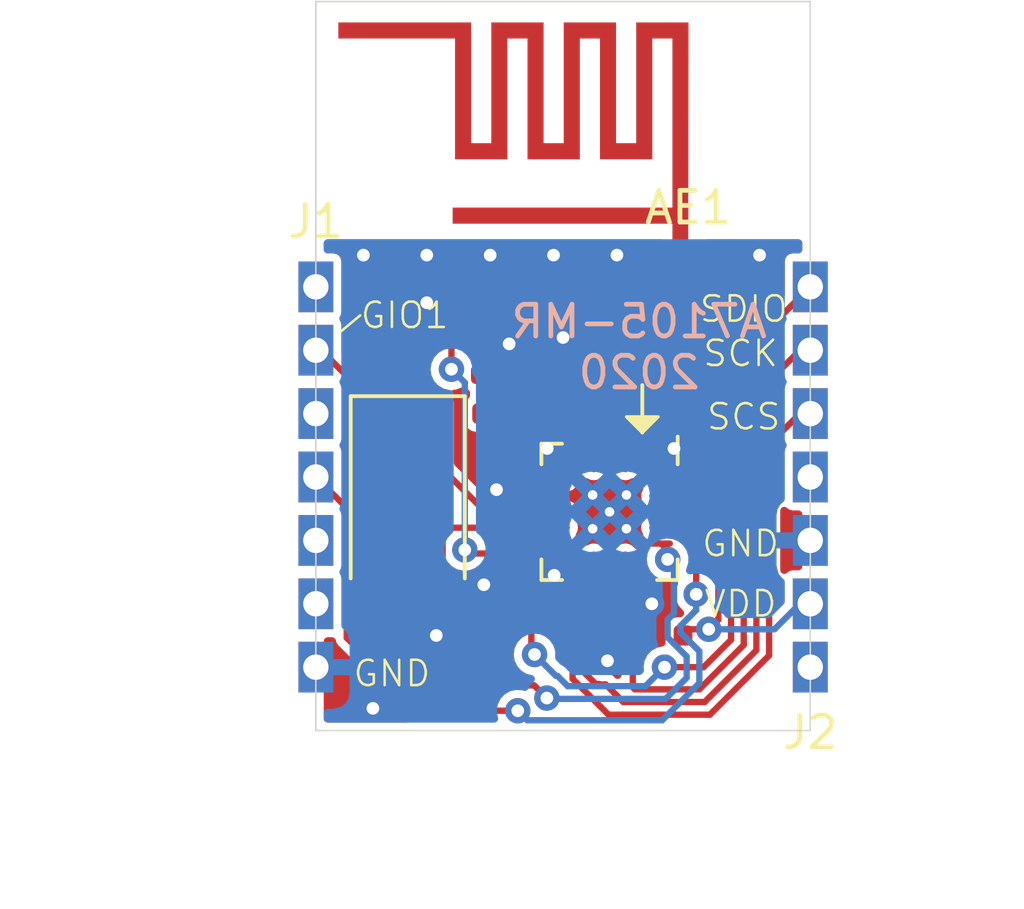
<source format=kicad_pcb>
(kicad_pcb (version 20200628) (host pcbnew "5.99.0-unknown-9f20c61~102~ubuntu18.04.1")

  (general
    (thickness 0.87)
    (drawings 21)
    (tracks 188)
    (modules 23)
    (nets 28)
  )

  (paper "A4")
  (layers
    (0 "F.Cu" signal)
    (31 "B.Cu" signal)
    (32 "B.Adhes" user)
    (33 "F.Adhes" user)
    (34 "B.Paste" user)
    (35 "F.Paste" user)
    (36 "B.SilkS" user)
    (37 "F.SilkS" user)
    (38 "B.Mask" user)
    (39 "F.Mask" user)
    (40 "Dwgs.User" user)
    (41 "Cmts.User" user)
    (42 "Eco1.User" user)
    (43 "Eco2.User" user)
    (44 "Edge.Cuts" user)
    (45 "Margin" user)
    (46 "B.CrtYd" user)
    (47 "F.CrtYd" user)
    (48 "B.Fab" user)
    (49 "F.Fab" user)
  )

  (setup
    (stackup
      (layer "F.SilkS" (type "Top Silk Screen"))
      (layer "F.Paste" (type "Top Solder Paste"))
      (layer "F.Mask" (type "Top Solder Mask") (color "Green") (thickness 0.01))
      (layer "F.Cu" (type "copper") (thickness 0.035))
      (layer "dielectric 1" (type "core") (thickness 0.78) (material "FR4") (epsilon_r 4.5) (loss_tangent 0.02))
      (layer "B.Cu" (type "copper") (thickness 0.035))
      (layer "B.Mask" (type "Bottom Solder Mask") (color "Green") (thickness 0.01))
      (layer "B.Paste" (type "Bottom Solder Paste"))
      (layer "B.SilkS" (type "Bottom Silk Screen"))
      (copper_finish "None")
      (dielectric_constraints no)
      (castellated_pads yes)
    )
    (pcbplotparams
      (layerselection 0x010fc_ffffffff)
      (usegerberextensions false)
      (usegerberattributes false)
      (usegerberadvancedattributes false)
      (creategerberjobfile false)
      (svguseinch false)
      (svgprecision 6)
      (excludeedgelayer true)
      (linewidth 0.100000)
      (plotframeref false)
      (viasonmask false)
      (mode 1)
      (useauxorigin false)
      (hpglpennumber 1)
      (hpglpenspeed 20)
      (hpglpendiameter 15.000000)
      (psnegative false)
      (psa4output false)
      (plotreference true)
      (plotvalue true)
      (plotinvisibletext false)
      (sketchpadsonfab false)
      (subtractmaskfromsilk false)
      (outputformat 1)
      (mirror false)
      (drillshape 0)
      (scaleselection 1)
      (outputdirectory "plot/")
    )
  )

  (net 0 "")
  (net 1 "GND")
  (net 2 "/ANT")
  (net 3 "/REGOA")
  (net 4 "VDD")
  (net 5 "Net-(C3-Pad1)")
  (net 6 "Net-(C4-Pad1)")
  (net 7 "/RFO")
  (net 8 "/IMPMATCH")
  (net 9 "Net-(C7-Pad1)")
  (net 10 "/BPBG")
  (net 11 "Net-(C9-Pad1)")
  (net 12 "/RFI")
  (net 13 "Net-(C13-Pad1)")
  (net 14 "Net-(C14-Pad1)")
  (net 15 "Net-(C15-Pad1)")
  (net 16 "Net-(J1-Pad6)")
  (net 17 "Net-(J1-Pad5)")
  (net 18 "GIO2")
  (net 19 "Net-(J1-Pad3)")
  (net 20 "GIO1")
  (net 21 "Net-(J1-Pad1)")
  (net 22 "SDIO")
  (net 23 "SCK")
  (net 24 "SCS")
  (net 25 "Net-(J2-Pad4)")
  (net 26 "Net-(J2-Pad1)")
  (net 27 "Net-(U1-Pad18)")

  (module "a7105-mr:MIFA2" locked (layer "F.Cu") (tedit 5F1F2280) (tstamp 00000000-0000-0000-0000-00005e545007)
    (at 111.75 105.5)
    (path "/cf80728b-2b2d-4777-8b62-fbc5b743849d")
    (fp_text reference "AE1" (at 0 -0.5 unlocked) (layer "F.SilkS")
      (effects (font (size 1 1) (thickness 0.15)))
    )
    (fp_text value "Antenna" (at 0 1 unlocked) (layer "F.Fab")
      (effects (font (size 1 1) (thickness 0.15)))
    )
    (fp_poly (pts (xy -0.5 0) (xy -0.5 0.008) (xy -7.4342 0.008) (xy -7.4342 -0.5)
      (xy -0.5 -0.5) (xy -0.5 -5.834) (xy -1.135 -5.834) (xy -1.135 -2.024)
      (xy -2.786 -2.024) (xy -2.786 -5.834) (xy -3.421 -5.834) (xy -3.421 -2.024)
      (xy -5.072 -2.024) (xy -5.072 -5.834) (xy -5.707 -5.834) (xy -5.707 -2.024)
      (xy -7.358 -2.024) (xy -7.358 -5.834) (xy -11.041 -5.834) (xy -11.041 -6.342)
      (xy -6.85 -6.342) (xy -6.85 -2.532) (xy -6.215 -2.532) (xy -6.215 -6.342)
      (xy -4.564 -6.342) (xy -4.564 -2.532) (xy -3.929 -2.532) (xy -3.929 -6.342)
      (xy -2.278 -6.342) (xy -2.278 -2.532) (xy -1.643 -2.532) (xy -1.643 -6.342)
      (xy 0.008 -6.342) (xy 0 0)) (layer "F.Cu") (width 0))
    (pad "1" smd rect (at -0.25 0.5) (size 0.5 2) (layers "F.Cu")
      (net 2 "/ANT") (pinfunction "A") (tstamp 78b3710d-a5b5-4ba2-bfab-b295470eec72))
  )

  (module "a7105-mr:castellatedpads_7" locked (layer "F.Cu") (tedit 5EE8EA0E) (tstamp 00000000-0000-0000-0000-00005e54510f)
    (at 115.6 119.5 180)
    (descr "Through hole straight pin header, 1x07, 2.00mm pitch, single row")
    (tags "Through hole pin header THT 1x07 2.00mm single row")
    (path "/00000000-0000-0000-0000-00005e54247e")
    (fp_text reference "J2" (at 0 -2.06 180) (layer "F.SilkS")
      (effects (font (size 1 1) (thickness 0.15)))
    )
    (fp_text value "Conn_01x07_Male" (at 0 14.06 180) (layer "F.Fab")
      (effects (font (size 1 1) (thickness 0.15)))
    )
    (fp_line (start -0.8 -1.5) (end -0.8 13.5) (layer "F.CrtYd") (width 0.12))
    (fp_line (start -0.8 13.5) (end 1 13.5) (layer "F.CrtYd") (width 0.12))
    (fp_text user "${REFERENCE}" (at 0 6 270) (layer "F.Fab")
      (effects (font (size 1 1) (thickness 0.15)))
    )
    (fp_line (start 1 -1.5) (end -0.8 -1.5) (layer "F.CrtYd") (width 0.05))
    (fp_line (start 1 13.5) (end 1 -1.5) (layer "F.CrtYd") (width 0.05))
    (fp_line (start -1 -0.5) (end -0.5 -1) (layer "F.Fab") (width 0.1))
    (fp_line (start -1 13) (end -1 -0.5) (layer "F.Fab") (width 0.1))
    (fp_line (start 1 13) (end -1 13) (layer "F.Fab") (width 0.1))
    (fp_line (start 1 -1) (end 1 13) (layer "F.Fab") (width 0.1))
    (fp_line (start -0.5 -1) (end 1 -1) (layer "F.Fab") (width 0.1))
    (pad "7" thru_hole rect (at 0 12 180) (size 1.1 1.6) (drill 0.8) (layers *.Cu *.Mask)
      (net 22 "SDIO") (pinfunction "Pin_7") (tstamp cfcad409-61b7-4f5d-8fd7-2e5577690fe9))
    (pad "6" thru_hole rect (at 0 10 180) (size 1.1 1.6) (drill 0.8) (layers *.Cu *.Mask)
      (net 23 "SCK") (pinfunction "Pin_6") (tstamp 14238134-52ff-47eb-8da2-686facd2232a))
    (pad "5" thru_hole rect (at 0 8 180) (size 1.1 1.6) (drill 0.8) (layers *.Cu *.Mask)
      (net 24 "SCS") (pinfunction "Pin_5") (tstamp 0480c949-a4af-4703-8707-3a67704d2ce4))
    (pad "4" thru_hole rect (at 0 6 180) (size 1.1 1.6) (drill 0.8) (layers *.Cu *.Mask)
      (net 25 "Net-(J2-Pad4)") (pinfunction "Pin_4") (tstamp 125af68c-b9be-46da-a96e-42eb47697203))
    (pad "3" thru_hole rect (at 0 4 180) (size 1.1 1.6) (drill 0.8) (layers *.Cu *.Mask)
      (net 1 "GND") (pinfunction "Pin_3") (tstamp 99df2b34-8a66-4ed6-a501-fa5aecccee75))
    (pad "2" thru_hole rect (at 0 2 180) (size 1.1 1.6) (drill 0.8) (layers *.Cu *.Mask)
      (net 4 "VDD") (pinfunction "Pin_2") (tstamp 9f677fb7-ee14-4882-ac7a-810d7836a009))
    (pad "1" thru_hole rect (at 0 0 180) (size 1.1 1.6) (drill 0.8) (layers *.Cu *.Mask)
      (net 26 "Net-(J2-Pad1)") (pinfunction "Pin_1") (tstamp c7d1f09e-e7d5-4195-9feb-0fd6bb9ed534))
    (model "${KISYS3DMOD}/Connector_PinHeader_2.00mm.3dshapes/PinHeader_1x07_P2.00mm_Vertical.wrl"
      (at (xyz 0 0 0))
      (scale (xyz 1 1 1))
      (rotate (xyz 0 0 0))
    )
  )

  (module "a7105-mr:castellatedpads_7" locked (layer "F.Cu") (tedit 5EE8EA0E) (tstamp 00000000-0000-0000-0000-00005e5450f4)
    (at 100 107.5)
    (descr "Through hole straight pin header, 1x07, 2.00mm pitch, single row")
    (tags "Through hole pin header THT 1x07 2.00mm single row")
    (path "/00000000-0000-0000-0000-00005e540b70")
    (fp_text reference "J1" (at 0 -2.06) (layer "F.SilkS")
      (effects (font (size 1 1) (thickness 0.15)))
    )
    (fp_text value "Conn_01x07_Male" (at 0 14.06) (layer "F.Fab")
      (effects (font (size 1 1) (thickness 0.15)))
    )
    (fp_line (start -0.8 -1.5) (end -0.8 13.5) (layer "F.CrtYd") (width 0.12))
    (fp_line (start -0.8 13.5) (end 1 13.5) (layer "F.CrtYd") (width 0.12))
    (fp_text user "${REFERENCE}" (at 0 6 90) (layer "F.Fab")
      (effects (font (size 1 1) (thickness 0.15)))
    )
    (fp_line (start 1 -1.5) (end -0.8 -1.5) (layer "F.CrtYd") (width 0.05))
    (fp_line (start 1 13.5) (end 1 -1.5) (layer "F.CrtYd") (width 0.05))
    (fp_line (start -1 -0.5) (end -0.5 -1) (layer "F.Fab") (width 0.1))
    (fp_line (start -1 13) (end -1 -0.5) (layer "F.Fab") (width 0.1))
    (fp_line (start 1 13) (end -1 13) (layer "F.Fab") (width 0.1))
    (fp_line (start 1 -1) (end 1 13) (layer "F.Fab") (width 0.1))
    (fp_line (start -0.5 -1) (end 1 -1) (layer "F.Fab") (width 0.1))
    (pad "7" thru_hole rect (at 0 12) (size 1.1 1.6) (drill 0.8) (layers *.Cu *.Mask)
      (net 1 "GND") (pinfunction "Pin_7") (tstamp cfcad409-61b7-4f5d-8fd7-2e5577690fe9))
    (pad "6" thru_hole rect (at 0 10) (size 1.1 1.6) (drill 0.8) (layers *.Cu *.Mask)
      (net 16 "Net-(J1-Pad6)") (pinfunction "Pin_6") (tstamp 14238134-52ff-47eb-8da2-686facd2232a))
    (pad "5" thru_hole rect (at 0 8) (size 1.1 1.6) (drill 0.8) (layers *.Cu *.Mask)
      (net 17 "Net-(J1-Pad5)") (pinfunction "Pin_5") (tstamp 0480c949-a4af-4703-8707-3a67704d2ce4))
    (pad "4" thru_hole rect (at 0 6) (size 1.1 1.6) (drill 0.8) (layers *.Cu *.Mask)
      (net 18 "GIO2") (pinfunction "Pin_4") (tstamp 125af68c-b9be-46da-a96e-42eb47697203))
    (pad "3" thru_hole rect (at 0 4) (size 1.1 1.6) (drill 0.8) (layers *.Cu *.Mask)
      (net 19 "Net-(J1-Pad3)") (pinfunction "Pin_3") (tstamp 99df2b34-8a66-4ed6-a501-fa5aecccee75))
    (pad "2" thru_hole rect (at 0 2) (size 1.1 1.6) (drill 0.8) (layers *.Cu *.Mask)
      (net 20 "GIO1") (pinfunction "Pin_2") (tstamp 9f677fb7-ee14-4882-ac7a-810d7836a009))
    (pad "1" thru_hole rect (at 0 0) (size 1.1 1.6) (drill 0.8) (layers *.Cu *.Mask)
      (net 21 "Net-(J1-Pad1)") (pinfunction "Pin_1") (tstamp c7d1f09e-e7d5-4195-9feb-0fd6bb9ed534))
    (model "${KISYS3DMOD}/Connector_PinHeader_2.00mm.3dshapes/PinHeader_1x07_P2.00mm_Vertical.wrl"
      (at (xyz 0 0 0))
      (scale (xyz 1 1 1))
      (rotate (xyz 0 0 0))
    )
  )

  (module "a7105-mr:mw_inductor_3nh" (layer "F.Cu") (tedit 5E541986) (tstamp 00000000-0000-0000-0000-00005e54702e)
    (at 111.5 106.5 -30)
    (path "/00000000-0000-0000-0000-00005e590fae")
    (fp_text reference "L4" (at 0 0.349999 -30 unlocked) (layer "F.SilkS") hide
      (effects (font (size 1 1) (thickness 0.15)))
    )
    (fp_text value "3.1nH" (at 0 2.35 -30 unlocked) (layer "F.Fab")
      (effects (font (size 1 1) (thickness 0.15)))
    )
    (fp_line (start 0.079081 0.460919) (end 0.020553 0.373325) (layer "F.Cu") (width 0.2))
    (fp_line (start 0.166675 0.519447) (end 0.079081 0.460919) (layer "F.Cu") (width 0.2))
    (fp_line (start 0.27 0.54) (end 0.166675 0.519447) (layer "F.Cu") (width 0.2))
    (fp_line (start 0.274632 0.54) (end 0.27 0.54) (layer "F.Cu") (width 0.2))
    (fp_line (start 0.377957 0.560553) (end 0.274632 0.54) (layer "F.Cu") (width 0.2))
    (fp_line (start 0.465551 0.619081) (end 0.377957 0.560553) (layer "F.Cu") (width 0.2))
    (fp_line (start 0.524079 0.706675) (end 0.465551 0.619081) (layer "F.Cu") (width 0.2))
    (fp_line (start 0.544632 0.81) (end 0.524079 0.706675) (layer "F.Cu") (width 0.2))
    (fp_line (start 0.524079 0.913325) (end 0.544632 0.81) (layer "F.Cu") (width 0.2))
    (fp_line (start 0.465551 1.000919) (end 0.524079 0.913325) (layer "F.Cu") (width 0.2))
    (fp_line (start 0.377957 1.059447) (end 0.465551 1.000919) (layer "F.Cu") (width 0.2))
    (fp_line (start 0.274632 1.08) (end 0.377957 1.059447) (layer "F.Cu") (width 0.2))
    (fp_line (start -0.274633 1.08) (end 0.274632 1.08) (layer "F.Cu") (width 0.2))
    (fp_line (start -0.377958 1.100553) (end -0.274633 1.08) (layer "F.Cu") (width 0.2))
    (fp_line (start -0.465552 1.159081) (end -0.377958 1.100553) (layer "F.Cu") (width 0.2))
    (fp_line (start -0.52408 1.246675) (end -0.465552 1.159081) (layer "F.Cu") (width 0.2))
    (fp_line (start -0.544633 1.35) (end -0.52408 1.246675) (layer "F.Cu") (width 0.2))
    (fp_line (start -0.52408 1.453325) (end -0.544633 1.35) (layer "F.Cu") (width 0.2))
    (fp_line (start -0.465552 1.540919) (end -0.52408 1.453325) (layer "F.Cu") (width 0.2))
    (fp_line (start -0.377958 1.599447) (end -0.465552 1.540919) (layer "F.Cu") (width 0.2))
    (fp_line (start -0.274633 1.62) (end -0.377958 1.599447) (layer "F.Cu") (width 0.2))
    (fp_line (start 0.274632 1.62) (end -0.274633 1.62) (layer "F.Cu") (width 0.2))
    (fp_line (start 0.377957 1.640553) (end 0.274632 1.62) (layer "F.Cu") (width 0.2))
    (fp_line (start 0.465551 1.699081) (end 0.377957 1.640553) (layer "F.Cu") (width 0.2))
    (fp_line (start 0.524079 1.786675) (end 0.465551 1.699081) (layer "F.Cu") (width 0.2))
    (fp_line (start 0.544632 1.89) (end 0.524079 1.786675) (layer "F.Cu") (width 0.2))
    (fp_line (start 0.524079 1.993325) (end 0.544632 1.89) (layer "F.Cu") (width 0.2))
    (fp_line (start 0.465551 2.080919) (end 0.524079 1.993325) (layer "F.Cu") (width 0.2))
    (fp_line (start 0.377957 2.139447) (end 0.465551 2.080919) (layer "F.Cu") (width 0.2))
    (fp_line (start 0.274632 2.16) (end 0.377957 2.139447) (layer "F.Cu") (width 0.2))
    (fp_line (start 0.27 2.16) (end 0.274632 2.16) (layer "F.Cu") (width 0.2))
    (fp_line (start 0.166675 2.180553) (end 0.27 2.16) (layer "F.Cu") (width 0.2))
    (fp_line (start 0.079081 2.239081) (end 0.166675 2.180553) (layer "F.Cu") (width 0.2))
    (fp_line (start 0.020553 2.326675) (end 0.079081 2.239081) (layer "F.Cu") (width 0.2))
    (pad "1" smd rect (at 0 0.1 330) (size 0.2 0.6) (layers "F.Cu")
      (net 2 "/ANT") (pinfunction "1") (tstamp 0c915c71-e007-4e2e-80ec-ad609e68c7e9))
    (pad "2" smd rect (at 0 2.6 330) (size 0.2 0.6) (layers "F.Cu")
      (net 8 "/IMPMATCH") (pinfunction "2") (tstamp d636499a-1ea9-499f-8290-79a14df7bac3))
  )

  (module "a7105-mr:mw_inductor_1nh" (layer "F.Cu") (tedit 5E541887) (tstamp 00000000-0000-0000-0000-00005e547002)
    (at 107 110.5 90)
    (path "/00000000-0000-0000-0000-00005e59746b")
    (attr smd virtual)
    (fp_text reference "L3" (at 0 0.35 90 unlocked) (layer "F.SilkS") hide
      (effects (font (size 1 1) (thickness 0.15)))
    )
    (fp_text value "1.2nH" (at 0 2.35 90 unlocked) (layer "F.Fab")
      (effects (font (size 1 1) (thickness 0.15)))
    )
    (fp_arc (start -0.044475 0.7) (end 0 1.1) (angle -168.5723257) (layer "F.Cu") (width 0.2))
    (pad "1" smd rect (at 0 0 90) (size 0.2 0.6) (layers "F.Cu")
      (net 3 "/REGOA") (pinfunction "1") (tstamp c19a6933-b85e-430b-96e3-53a28e5f31f0))
    (pad "2" smd rect (at 0 1.4 90) (size 0.2 0.6) (layers "F.Cu")
      (net 7 "/RFO") (pinfunction "2") (tstamp 5d2e05a7-e024-4a1e-97ef-bd76846f77da))
  )

  (module "Inductor_SMD:L_0402_1005Metric" (layer "F.Cu") (tedit 5B301BBE) (tstamp 00000000-0000-0000-0000-00005e546ff9)
    (at 109 108 90)
    (descr "Inductor SMD 0402 (1005 Metric), square (rectangular) end terminal, IPC_7351 nominal, (Body size source: http://www.tortai-tech.com/upload/download/2011102023233369053.pdf), generated with kicad-footprint-generator")
    (tags "inductor")
    (path "/00000000-0000-0000-0000-00005e5446c4")
    (attr smd)
    (fp_text reference "L2" (at 0 -1.17 90) (layer "F.SilkS") hide
      (effects (font (size 1 1) (thickness 0.15)))
    )
    (fp_text value "4.7nH" (at 0 1.17 90) (layer "F.Fab")
      (effects (font (size 1 1) (thickness 0.15)))
    )
    (fp_text user "${REFERENCE}" (at 0 0 90) (layer "F.Fab")
      (effects (font (size 0.25 0.25) (thickness 0.04)))
    )
    (fp_line (start 0.93 0.47) (end -0.93 0.47) (layer "F.CrtYd") (width 0.05))
    (fp_line (start 0.93 -0.47) (end 0.93 0.47) (layer "F.CrtYd") (width 0.05))
    (fp_line (start -0.93 -0.47) (end 0.93 -0.47) (layer "F.CrtYd") (width 0.05))
    (fp_line (start -0.93 0.47) (end -0.93 -0.47) (layer "F.CrtYd") (width 0.05))
    (fp_line (start 0.5 0.25) (end -0.5 0.25) (layer "F.Fab") (width 0.1))
    (fp_line (start 0.5 -0.25) (end 0.5 0.25) (layer "F.Fab") (width 0.1))
    (fp_line (start -0.5 -0.25) (end 0.5 -0.25) (layer "F.Fab") (width 0.1))
    (fp_line (start -0.5 0.25) (end -0.5 -0.25) (layer "F.Fab") (width 0.1))
    (pad "2" smd roundrect (at 0.485 0 90) (size 0.59 0.64) (layers "F.Cu" "F.Paste" "F.Mask") (roundrect_rratio 0.25)
      (net 1 "GND") (pinfunction "2") (tstamp beb581fa-e145-4d34-8f01-2f483db7fda2))
    (pad "1" smd roundrect (at -0.485 0 90) (size 0.59 0.64) (layers "F.Cu" "F.Paste" "F.Mask") (roundrect_rratio 0.25)
      (net 8 "/IMPMATCH") (pinfunction "1") (tstamp c88de2d7-b8f4-43a3-826e-97196040fe20))
    (model "${KISYS3DMOD}/Inductor_SMD.3dshapes/L_0402_1005Metric.wrl"
      (at (xyz 0 0 0))
      (scale (xyz 1 1 1))
      (rotate (xyz 0 0 0))
    )
  )

  (module "Crystal:Crystal_SMD_5032-2Pin_5.0x3.2mm" (layer "F.Cu") (tedit 5A0FD1B2) (tstamp 00000000-0000-0000-0000-00005e545173)
    (at 102.9 114 -90)
    (descr "SMD Crystal SERIES SMD2520/2 http://www.icbase.com/File/PDF/HKC/HKC00061008.pdf, 5.0x3.2mm^2 package")
    (tags "SMD SMT crystal")
    (path "/00000000-0000-0000-0000-00005e5d086a")
    (attr smd)
    (fp_text reference "Y1" (at 0 -2.8 90) (layer "F.SilkS") hide
      (effects (font (size 1 1) (thickness 0.15)))
    )
    (fp_text value "X503216MSB2GI" (at 0 2.8 90) (layer "F.Fab")
      (effects (font (size 1 1) (thickness 0.15)))
    )
    (fp_circle (center 0 0) (end 0.093333 0) (layer "F.Adhes") (width 0.186667))
    (fp_circle (center 0 0) (end 0.213333 0) (layer "F.Adhes") (width 0.133333))
    (fp_circle (center 0 0) (end 0.333333 0) (layer "F.Adhes") (width 0.133333))
    (fp_circle (center 0 0) (end 0.4 0) (layer "F.Adhes") (width 0.1))
    (fp_line (start 3.1 -1.9) (end -3.1 -1.9) (layer "F.CrtYd") (width 0.05))
    (fp_line (start 3.1 1.9) (end 3.1 -1.9) (layer "F.CrtYd") (width 0.05))
    (fp_line (start -3.1 1.9) (end 3.1 1.9) (layer "F.CrtYd") (width 0.05))
    (fp_line (start -3.1 -1.9) (end -3.1 1.9) (layer "F.CrtYd") (width 0.05))
    (fp_line (start -3.05 1.8) (end 2.7 1.8) (layer "F.SilkS") (width 0.12))
    (fp_line (start -3.05 -1.8) (end -3.05 1.8) (layer "F.SilkS") (width 0.12))
    (fp_line (start 2.7 -1.8) (end -3.05 -1.8) (layer "F.SilkS") (width 0.12))
    (fp_line (start -2.5 0.6) (end -1.5 1.6) (layer "F.Fab") (width 0.1))
    (fp_line (start -2.5 -1.4) (end -2.3 -1.6) (layer "F.Fab") (width 0.1))
    (fp_line (start -2.5 1.4) (end -2.5 -1.4) (layer "F.Fab") (width 0.1))
    (fp_line (start -2.3 1.6) (end -2.5 1.4) (layer "F.Fab") (width 0.1))
    (fp_line (start 2.3 1.6) (end -2.3 1.6) (layer "F.Fab") (width 0.1))
    (fp_line (start 2.5 1.4) (end 2.3 1.6) (layer "F.Fab") (width 0.1))
    (fp_line (start 2.5 -1.4) (end 2.5 1.4) (layer "F.Fab") (width 0.1))
    (fp_line (start 2.3 -1.6) (end 2.5 -1.4) (layer "F.Fab") (width 0.1))
    (fp_line (start -2.3 -1.6) (end 2.3 -1.6) (layer "F.Fab") (width 0.1))
    (fp_text user "${REFERENCE}" (at 0 0 90) (layer "F.Fab")
      (effects (font (size 1 1) (thickness 0.15)))
    )
    (pad "2" smd rect (at 1.85 0 270) (size 2 2.4) (layers "F.Cu" "F.Paste" "F.Mask")
      (net 14 "Net-(C14-Pad1)") (pinfunction "2") (tstamp d6379d09-f0d4-4246-bbd3-107d34ae0fc3))
    (pad "1" smd rect (at -1.85 0 270) (size 2 2.4) (layers "F.Cu" "F.Paste" "F.Mask")
      (net 15 "Net-(C15-Pad1)") (pinfunction "1") (tstamp 8b24203d-5fcb-41e4-ab65-567e3533ebbd))
    (model "${KISYS3DMOD}/Crystal.3dshapes/Crystal_SMD_5032-2Pin_5.0x3.2mm.wrl"
      (at (xyz 0 0 0))
      (scale (xyz 1 1 1))
      (rotate (xyz 0 0 0))
    )
  )

  (module "a7105-mr:a7105-QFN-20" (layer "F.Cu") (tedit 5E5632C2) (tstamp 00000000-0000-0000-0000-00005e54acad)
    (at 109.266667 114.6 -90)
    (path "/00000000-0000-0000-0000-00005e53fb15")
    (attr smd)
    (fp_text reference "U1" (at 0 -3.6 90) (layer "F.SilkS") hide
      (effects (font (size 1 1) (thickness 0.15)))
    )
    (fp_text value "A7105" (at 0 3.6 90) (layer "F.Fab")
      (effects (font (size 1 1) (thickness 0.15)))
    )
    (fp_line (start -1 -2) (end -2 -1) (layer "F.Fab") (width 0.15))
    (fp_line (start -2 -1) (end -2 2) (layer "F.Fab") (width 0.15))
    (fp_line (start -2 2) (end 2 2) (layer "F.Fab") (width 0.15))
    (fp_line (start 2 2) (end 2 -2) (layer "F.Fab") (width 0.15))
    (fp_line (start 2 -2) (end -1 -2) (layer "F.Fab") (width 0.15))
    (fp_line (start 1.5 -2.15) (end 2.15 -2.15) (layer "F.SilkS") (width 0.12))
    (fp_line (start 2.15 -2.15) (end 2.15 -1.5) (layer "F.SilkS") (width 0.12))
    (fp_line (start 1.5 2.15) (end 2.15 2.15) (layer "F.SilkS") (width 0.12))
    (fp_line (start 2.15 2.15) (end 2.15 1.5) (layer "F.SilkS") (width 0.12))
    (fp_line (start -1.5 2.15) (end -2.15 2.15) (layer "F.SilkS") (width 0.12))
    (fp_line (start -2.15 2.15) (end -2.15 1.5) (layer "F.SilkS") (width 0.12))
    (fp_line (start -1.5 -2.15) (end -2.375 -2.15) (layer "F.SilkS") (width 0.12))
    (fp_line (start -2.6 -2.6) (end 2.6 -2.6) (layer "F.CrtYd") (width 0.05))
    (fp_line (start 2.6 -2.6) (end 2.6 2.6) (layer "F.CrtYd") (width 0.05))
    (fp_line (start 2.6 2.6) (end -2.6 2.6) (layer "F.CrtYd") (width 0.05))
    (fp_line (start -2.6 2.6) (end -2.6 -2.6) (layer "F.CrtYd") (width 0.05))
    (pad "21" thru_hole circle (at 0.533333 0.533333 270) (size 0.45 0.45) (drill 0.3) (layers *.Cu *.Mask)
      (net 1 "GND") (pinfunction "GND") (tstamp a8164a51-6ba0-4e1c-8203-f90978584fea))
    (pad "21" thru_hole circle (at 0.533333 -0.533333 270) (size 0.45 0.45) (drill 0.3) (layers *.Cu *.Mask)
      (net 1 "GND") (pinfunction "GND") (tstamp 63286405-459e-4e62-a1a0-4f77d4571ae5))
    (pad "21" thru_hole circle (at 0 0 270) (size 0.45 0.45) (drill 0.3) (layers *.Cu *.Mask)
      (net 1 "GND") (pinfunction "GND") (tstamp 67f1952b-80e2-4a35-8fdb-90ed2074b175))
    (pad "21" thru_hole circle (at -0.533333 0.533333 270) (size 0.45 0.45) (drill 0.3) (layers *.Cu *.Mask)
      (net 1 "GND") (pinfunction "GND") (tstamp a6679b40-b3b3-4a12-bb94-c701debf0acd))
    (pad "21" thru_hole circle (at -0.533333 -0.533333 270) (size 0.45 0.45) (drill 0.3) (layers *.Cu *.Mask)
      (net 1 "GND") (pinfunction "GND") (tstamp af86adb6-1f76-4ec7-a290-3c722feb455e))
    (pad "21" smd rect (at 0.533333 0.533333 270) (size 0.533333 0.533333) (layers "F.Cu" "F.Paste" "F.Mask")
      (net 1 "GND") (pinfunction "GND") (solder_paste_margin -0.75) (tstamp 5cdc52db-1eca-4508-adfd-e7e5335310d1))
    (pad "21" smd rect (at 0.533333 0 270) (size 0.533333 0.533333) (layers "F.Cu" "F.Paste" "F.Mask")
      (net 1 "GND") (pinfunction "GND") (solder_paste_margin -0.75) (tstamp 84c3ccc0-2513-41cf-b669-0a910570a0e4))
    (pad "21" smd rect (at 0.533333 -0.533333 270) (size 0.533333 0.533333) (layers "F.Cu" "F.Paste" "F.Mask")
      (net 1 "GND") (pinfunction "GND") (solder_paste_margin -0.75) (tstamp 830bf982-00a4-4a02-ae22-bb8cabbf1464))
    (pad "21" smd rect (at 0 0.533333 270) (size 0.533333 0.533333) (layers "F.Cu" "F.Paste" "F.Mask")
      (net 1 "GND") (pinfunction "GND") (solder_paste_margin -0.75) (tstamp 0d1c7105-d3b6-4dcb-9f75-1ade2360a54d))
    (pad "21" smd rect (at 0 0 270) (size 0.533333 0.533333) (layers "F.Cu" "F.Paste" "F.Mask")
      (net 1 "GND") (pinfunction "GND") (solder_paste_margin -0.75) (tstamp 288faa9a-9a74-4b8f-83a7-d50df20d06e7))
    (pad "21" smd rect (at 0 -0.533333 270) (size 0.533333 0.533333) (layers "F.Cu" "F.Paste" "F.Mask")
      (net 1 "GND") (pinfunction "GND") (solder_paste_margin -0.75) (tstamp e93f8550-5b27-47a3-b94c-b5cdcf639a22))
    (pad "21" smd rect (at -0.533333 0.533333 270) (size 0.533333 0.533333) (layers "F.Cu" "F.Paste" "F.Mask")
      (net 1 "GND") (pinfunction "GND") (solder_paste_margin -0.75) (tstamp 85fc237c-99ff-4c7c-9491-595180ed9576))
    (pad "21" smd rect (at -0.533333 0 270) (size 0.533333 0.533333) (layers "F.Cu" "F.Paste" "F.Mask")
      (net 1 "GND") (pinfunction "GND") (solder_paste_margin -0.75) (tstamp ef704846-67e1-4feb-9c68-5ac1771e1f77))
    (pad "21" smd rect (at -0.533333 -0.533333 270) (size 0.533333 0.533333) (layers "F.Cu" "F.Paste" "F.Mask")
      (net 1 "GND") (pinfunction "GND") (solder_paste_margin -0.75) (tstamp d2b800c4-1197-4199-90e2-510fe4084fae))
    (pad "20" smd oval (at -1 -1.625 270) (size 0.2 0.75) (layers "F.Cu" "F.Paste" "F.Mask")
      (net 3 "/REGOA") (pinfunction "REGOA") (tstamp 0b9f7bec-6116-4908-a750-0a4e1bd10643))
    (pad "19" smd oval (at -0.5 -1.625 270) (size 0.2 0.75) (layers "F.Cu" "F.Paste" "F.Mask")
      (net 4 "VDD") (pinfunction "REGI") (tstamp 733fd399-3b32-4a64-8ffa-cf5fdc3d7705))
    (pad "18" smd oval (at 0 -1.625 270) (size 0.2 0.75) (layers "F.Cu" "F.Paste" "F.Mask")
      (net 27 "Net-(U1-Pad18)") (pinfunction "CKO") (tstamp d632c769-ebee-4dea-a4b3-63bc3205a00f))
    (pad "17" smd oval (at 0.5 -1.625 270) (size 0.2 0.75) (layers "F.Cu" "F.Paste" "F.Mask")
      (net 18 "GIO2") (pinfunction "GIO2") (tstamp 82dec5b5-031c-4250-9a07-d941ade32746))
    (pad "16" smd oval (at 1 -1.625 270) (size 0.2 0.75) (layers "F.Cu" "F.Paste" "F.Mask")
      (net 20 "GIO1") (pinfunction "GIO1") (tstamp 37dc43d7-c15b-4bb0-8244-189b7c55863c))
    (pad "15" smd oval (at 1.625 -1) (size 0.2 0.75) (layers "F.Cu" "F.Paste" "F.Mask")
      (net 1 "GND") (pinfunction "GND") (tstamp 99ae4a62-9155-463b-891c-3c211ff30cd6))
    (pad "14" smd oval (at 1.625 -0.5) (size 0.2 0.75) (layers "F.Cu" "F.Paste" "F.Mask")
      (net 22 "SDIO") (pinfunction "SDIO") (tstamp d4ab3a52-d2b2-4c4d-a397-ca15aa6347fd))
    (pad "13" smd oval (at 1.625 0) (size 0.2 0.75) (layers "F.Cu" "F.Paste" "F.Mask")
      (net 6 "Net-(C4-Pad1)") (pinfunction "VDD_D") (tstamp 6bf039d7-34b4-4335-9253-3493113cbe92))
    (pad "12" smd oval (at 1.625 0.5) (size 0.2 0.75) (layers "F.Cu" "F.Paste" "F.Mask")
      (net 23 "SCK") (pinfunction "SCK") (tstamp 9ffa71bf-f320-47ba-b78f-c66e91734937))
    (pad "11" smd oval (at 1.625 1) (size 0.2 0.75) (layers "F.Cu" "F.Paste" "F.Mask")
      (net 24 "SCS") (pinfunction "SCS") (tstamp 9aa9307c-22f1-4cf0-b273-97da91d45f44))
    (pad "10" smd oval (at 1 1.625 270) (size 0.2 0.75) (layers "F.Cu" "F.Paste" "F.Mask")
      (net 3 "/REGOA") (pinfunction "VDA3") (tstamp 266de53f-4785-463d-8933-8d935b61dc43))
    (pad "9" smd oval (at 0.5 1.625 270) (size 0.2 0.75) (layers "F.Cu" "F.Paste" "F.Mask")
      (net 14 "Net-(C14-Pad1)") (pinfunction "XO") (tstamp 455c15d9-2da1-43af-ac81-c707ebe3848c))
    (pad "8" smd oval (at 0 1.625 270) (size 0.2 0.75) (layers "F.Cu" "F.Paste" "F.Mask")
      (net 15 "Net-(C15-Pad1)") (pinfunction "XI") (tstamp 21402847-3d7f-479e-88c3-858890a541f7))
    (pad "7" smd oval (at -0.5 1.625 270) (size 0.2 0.75) (layers "F.Cu" "F.Paste" "F.Mask")
      (net 1 "GND") (pinfunction "GND") (tstamp 1baeacd6-af68-43d5-9753-34ba36f7e2b6))
    (pad "6" smd oval (at -1 1.625 270) (size 0.2 0.75) (layers "F.Cu" "F.Paste" "F.Mask")
      (net 11 "Net-(C9-Pad1)") (pinfunction "VT") (tstamp 2f738018-79ab-432f-add2-5bc7a524cc73))
    (pad "5" smd oval (at -1.625 1) (size 0.2 0.75) (layers "F.Cu" "F.Paste" "F.Mask")
      (net 5 "Net-(C3-Pad1)") (pinfunction "VDA2") (tstamp 841a7d75-86c7-43bd-ba0b-8765c13924f0))
    (pad "4" smd oval (at -1.625 0.5) (size 0.2 0.75) (layers "F.Cu" "F.Paste" "F.Mask")
      (net 7 "/RFO") (pinfunction "RFO") (tstamp 84b31db2-6a87-4d03-a903-0c33bef6d6bc))
    (pad "3" smd oval (at -1.625 0) (size 0.2 0.75) (layers "F.Cu" "F.Paste" "F.Mask")
      (net 12 "/RFI") (pinfunction "RFI") (tstamp cb4be70a-853c-4c44-8571-da0534316401))
    (pad "2" smd oval (at -1.625 -0.5) (size 0.2 0.75) (layers "F.Cu" "F.Paste" "F.Mask")
      (net 10 "/BPBG") (pinfunction "BPBG") (tstamp e243d5b1-b24e-480d-b771-366a270c5e6d))
    (pad "1" smd oval (at -1.625 -1) (size 0.2 0.75) (layers "F.Cu" "F.Paste" "F.Mask")
      (net 9 "Net-(C7-Pad1)") (pinfunction "RSSI") (tstamp 45b81757-9356-4127-bfbc-04abb9e3de6a))
  )

  (module "Resistor_SMD:R_0402_1005Metric" (layer "F.Cu") (tedit 5B301BBD) (tstamp 00000000-0000-0000-0000-00005e54511e)
    (at 105.715 111.5 180)
    (descr "Resistor SMD 0402 (1005 Metric), square (rectangular) end terminal, IPC_7351 nominal, (Body size source: http://www.tortai-tech.com/upload/download/2011102023233369053.pdf), generated with kicad-footprint-generator")
    (tags "resistor")
    (path "/00000000-0000-0000-0000-00005e5b459c")
    (attr smd)
    (fp_text reference "R2" (at 0 -1.17) (layer "F.SilkS") hide
      (effects (font (size 1 1) (thickness 0.15)))
    )
    (fp_text value "200R" (at 0 1.17) (layer "F.Fab")
      (effects (font (size 1 1) (thickness 0.15)))
    )
    (fp_text user "${REFERENCE}" (at 0 0) (layer "F.Fab")
      (effects (font (size 0.25 0.25) (thickness 0.04)))
    )
    (fp_line (start 0.93 0.47) (end -0.93 0.47) (layer "F.CrtYd") (width 0.05))
    (fp_line (start 0.93 -0.47) (end 0.93 0.47) (layer "F.CrtYd") (width 0.05))
    (fp_line (start -0.93 -0.47) (end 0.93 -0.47) (layer "F.CrtYd") (width 0.05))
    (fp_line (start -0.93 0.47) (end -0.93 -0.47) (layer "F.CrtYd") (width 0.05))
    (fp_line (start 0.5 0.25) (end -0.5 0.25) (layer "F.Fab") (width 0.1))
    (fp_line (start 0.5 -0.25) (end 0.5 0.25) (layer "F.Fab") (width 0.1))
    (fp_line (start -0.5 -0.25) (end 0.5 -0.25) (layer "F.Fab") (width 0.1))
    (fp_line (start -0.5 0.25) (end -0.5 -0.25) (layer "F.Fab") (width 0.1))
    (pad "2" smd roundrect (at 0.485 0 180) (size 0.59 0.64) (layers "F.Cu" "F.Paste" "F.Mask") (roundrect_rratio 0.25)
      (net 13 "Net-(C13-Pad1)") (tstamp 573b0dd5-43be-4847-8697-439e3ead97aa))
    (pad "1" smd roundrect (at -0.485 0 180) (size 0.59 0.64) (layers "F.Cu" "F.Paste" "F.Mask") (roundrect_rratio 0.25)
      (net 11 "Net-(C9-Pad1)") (tstamp 1988c225-5770-4cd2-996d-c7759e32838b))
    (model "${KISYS3DMOD}/Resistor_SMD.3dshapes/R_0402_1005Metric.wrl"
      (at (xyz 0 0 0))
      (scale (xyz 1 1 1))
      (rotate (xyz 0 0 0))
    )
  )

  (module "Capacitor_SMD:C_0402_1005Metric" (layer "F.Cu") (tedit 5B301BBE) (tstamp 00000000-0000-0000-0000-00005e5450d9)
    (at 113 107)
    (descr "Capacitor SMD 0402 (1005 Metric), square (rectangular) end terminal, IPC_7351 nominal, (Body size source: http://www.tortai-tech.com/upload/download/2011102023233369053.pdf), generated with kicad-footprint-generator")
    (tags "capacitor")
    (path "/00000000-0000-0000-0000-00005e5925c2")
    (attr smd)
    (fp_text reference "C17" (at 0 -1.17) (layer "F.SilkS") hide
      (effects (font (size 1 1) (thickness 0.15)))
    )
    (fp_text value "2pF" (at 0 1.17) (layer "F.Fab")
      (effects (font (size 1 1) (thickness 0.15)))
    )
    (fp_text user "${REFERENCE}" (at 0 0) (layer "F.Fab")
      (effects (font (size 0.25 0.25) (thickness 0.04)))
    )
    (fp_line (start 0.93 0.47) (end -0.93 0.47) (layer "F.CrtYd") (width 0.05))
    (fp_line (start 0.93 -0.47) (end 0.93 0.47) (layer "F.CrtYd") (width 0.05))
    (fp_line (start -0.93 -0.47) (end 0.93 -0.47) (layer "F.CrtYd") (width 0.05))
    (fp_line (start -0.93 0.47) (end -0.93 -0.47) (layer "F.CrtYd") (width 0.05))
    (fp_line (start 0.5 0.25) (end -0.5 0.25) (layer "F.Fab") (width 0.1))
    (fp_line (start 0.5 -0.25) (end 0.5 0.25) (layer "F.Fab") (width 0.1))
    (fp_line (start -0.5 -0.25) (end 0.5 -0.25) (layer "F.Fab") (width 0.1))
    (fp_line (start -0.5 0.25) (end -0.5 -0.25) (layer "F.Fab") (width 0.1))
    (pad "2" smd roundrect (at 0.485 0) (size 0.59 0.64) (layers "F.Cu" "F.Paste" "F.Mask") (roundrect_rratio 0.25)
      (net 1 "GND") (tstamp f733f287-0034-4532-9180-f8c19b06ab4f))
    (pad "1" smd roundrect (at -0.485 0) (size 0.59 0.64) (layers "F.Cu" "F.Paste" "F.Mask") (roundrect_rratio 0.25)
      (net 2 "/ANT") (tstamp 7ad4292b-e0c1-41bc-973c-efff63ac865d))
    (model "${KISYS3DMOD}/Capacitor_SMD.3dshapes/C_0402_1005Metric.wrl"
      (at (xyz 0 0 0))
      (scale (xyz 1 1 1))
      (rotate (xyz 0 0 0))
    )
  )

  (module "Capacitor_SMD:C_0402_1005Metric" (layer "F.Cu") (tedit 5B301BBE) (tstamp 00000000-0000-0000-0000-00005e5450ca)
    (at 102.8 109.815 90)
    (descr "Capacitor SMD 0402 (1005 Metric), square (rectangular) end terminal, IPC_7351 nominal, (Body size source: http://www.tortai-tech.com/upload/download/2011102023233369053.pdf), generated with kicad-footprint-generator")
    (tags "capacitor")
    (path "/00000000-0000-0000-0000-00005e5d3344")
    (attr smd)
    (fp_text reference "C15" (at 0 -1.17 90) (layer "F.SilkS") hide
      (effects (font (size 1 1) (thickness 0.15)))
    )
    (fp_text value "22pF" (at 0 1.17 90) (layer "F.Fab")
      (effects (font (size 1 1) (thickness 0.15)))
    )
    (fp_text user "${REFERENCE}" (at 0 0 90) (layer "F.Fab")
      (effects (font (size 0.25 0.25) (thickness 0.04)))
    )
    (fp_line (start 0.93 0.47) (end -0.93 0.47) (layer "F.CrtYd") (width 0.05))
    (fp_line (start 0.93 -0.47) (end 0.93 0.47) (layer "F.CrtYd") (width 0.05))
    (fp_line (start -0.93 -0.47) (end 0.93 -0.47) (layer "F.CrtYd") (width 0.05))
    (fp_line (start -0.93 0.47) (end -0.93 -0.47) (layer "F.CrtYd") (width 0.05))
    (fp_line (start 0.5 0.25) (end -0.5 0.25) (layer "F.Fab") (width 0.1))
    (fp_line (start 0.5 -0.25) (end 0.5 0.25) (layer "F.Fab") (width 0.1))
    (fp_line (start -0.5 -0.25) (end 0.5 -0.25) (layer "F.Fab") (width 0.1))
    (fp_line (start -0.5 0.25) (end -0.5 -0.25) (layer "F.Fab") (width 0.1))
    (pad "2" smd roundrect (at 0.485 0 90) (size 0.59 0.64) (layers "F.Cu" "F.Paste" "F.Mask") (roundrect_rratio 0.25)
      (net 1 "GND") (tstamp f733f287-0034-4532-9180-f8c19b06ab4f))
    (pad "1" smd roundrect (at -0.485 0 90) (size 0.59 0.64) (layers "F.Cu" "F.Paste" "F.Mask") (roundrect_rratio 0.25)
      (net 15 "Net-(C15-Pad1)") (tstamp 7ad4292b-e0c1-41bc-973c-efff63ac865d))
    (model "${KISYS3DMOD}/Capacitor_SMD.3dshapes/C_0402_1005Metric.wrl"
      (at (xyz 0 0 0))
      (scale (xyz 1 1 1))
      (rotate (xyz 0 0 0))
    )
  )

  (module "Capacitor_SMD:C_0402_1005Metric" (layer "F.Cu") (tedit 5B301BBE) (tstamp 00000000-0000-0000-0000-00005e5450bb)
    (at 102.8 118.2 -90)
    (descr "Capacitor SMD 0402 (1005 Metric), square (rectangular) end terminal, IPC_7351 nominal, (Body size source: http://www.tortai-tech.com/upload/download/2011102023233369053.pdf), generated with kicad-footprint-generator")
    (tags "capacitor")
    (path "/00000000-0000-0000-0000-00005e5d871e")
    (attr smd)
    (fp_text reference "C14" (at 0 -1.17 90) (layer "F.SilkS") hide
      (effects (font (size 1 1) (thickness 0.15)))
    )
    (fp_text value "22pF" (at 0 1.17 90) (layer "F.Fab")
      (effects (font (size 1 1) (thickness 0.15)))
    )
    (fp_text user "${REFERENCE}" (at 0 0 90) (layer "F.Fab")
      (effects (font (size 0.25 0.25) (thickness 0.04)))
    )
    (fp_line (start 0.93 0.47) (end -0.93 0.47) (layer "F.CrtYd") (width 0.05))
    (fp_line (start 0.93 -0.47) (end 0.93 0.47) (layer "F.CrtYd") (width 0.05))
    (fp_line (start -0.93 -0.47) (end 0.93 -0.47) (layer "F.CrtYd") (width 0.05))
    (fp_line (start -0.93 0.47) (end -0.93 -0.47) (layer "F.CrtYd") (width 0.05))
    (fp_line (start 0.5 0.25) (end -0.5 0.25) (layer "F.Fab") (width 0.1))
    (fp_line (start 0.5 -0.25) (end 0.5 0.25) (layer "F.Fab") (width 0.1))
    (fp_line (start -0.5 -0.25) (end 0.5 -0.25) (layer "F.Fab") (width 0.1))
    (fp_line (start -0.5 0.25) (end -0.5 -0.25) (layer "F.Fab") (width 0.1))
    (pad "2" smd roundrect (at 0.485 0 270) (size 0.59 0.64) (layers "F.Cu" "F.Paste" "F.Mask") (roundrect_rratio 0.25)
      (net 1 "GND") (tstamp f733f287-0034-4532-9180-f8c19b06ab4f))
    (pad "1" smd roundrect (at -0.485 0 270) (size 0.59 0.64) (layers "F.Cu" "F.Paste" "F.Mask") (roundrect_rratio 0.25)
      (net 14 "Net-(C14-Pad1)") (tstamp 7ad4292b-e0c1-41bc-973c-efff63ac865d))
    (model "${KISYS3DMOD}/Capacitor_SMD.3dshapes/C_0402_1005Metric.wrl"
      (at (xyz 0 0 0))
      (scale (xyz 1 1 1))
      (rotate (xyz 0 0 0))
    )
  )

  (module "Capacitor_SMD:C_0402_1005Metric" (layer "F.Cu") (tedit 5B301BBE) (tstamp 00000000-0000-0000-0000-00005e5450ac)
    (at 105.215 109.785 90)
    (descr "Capacitor SMD 0402 (1005 Metric), square (rectangular) end terminal, IPC_7351 nominal, (Body size source: http://www.tortai-tech.com/upload/download/2011102023233369053.pdf), generated with kicad-footprint-generator")
    (tags "capacitor")
    (path "/00000000-0000-0000-0000-00005e5acee6")
    (attr smd)
    (fp_text reference "C13" (at 0 -1.17 90) (layer "F.SilkS") hide
      (effects (font (size 1 1) (thickness 0.15)))
    )
    (fp_text value "10nF" (at 0 1.17 90) (layer "F.Fab")
      (effects (font (size 1 1) (thickness 0.15)))
    )
    (fp_text user "${REFERENCE}" (at 0 0 90) (layer "F.Fab")
      (effects (font (size 0.25 0.25) (thickness 0.04)))
    )
    (fp_line (start 0.93 0.47) (end -0.93 0.47) (layer "F.CrtYd") (width 0.05))
    (fp_line (start 0.93 -0.47) (end 0.93 0.47) (layer "F.CrtYd") (width 0.05))
    (fp_line (start -0.93 -0.47) (end 0.93 -0.47) (layer "F.CrtYd") (width 0.05))
    (fp_line (start -0.93 0.47) (end -0.93 -0.47) (layer "F.CrtYd") (width 0.05))
    (fp_line (start 0.5 0.25) (end -0.5 0.25) (layer "F.Fab") (width 0.1))
    (fp_line (start 0.5 -0.25) (end 0.5 0.25) (layer "F.Fab") (width 0.1))
    (fp_line (start -0.5 -0.25) (end 0.5 -0.25) (layer "F.Fab") (width 0.1))
    (fp_line (start -0.5 0.25) (end -0.5 -0.25) (layer "F.Fab") (width 0.1))
    (pad "2" smd roundrect (at 0.485 0 90) (size 0.59 0.64) (layers "F.Cu" "F.Paste" "F.Mask") (roundrect_rratio 0.25)
      (net 1 "GND") (tstamp f733f287-0034-4532-9180-f8c19b06ab4f))
    (pad "1" smd roundrect (at -0.485 0 90) (size 0.59 0.64) (layers "F.Cu" "F.Paste" "F.Mask") (roundrect_rratio 0.25)
      (net 13 "Net-(C13-Pad1)") (tstamp 7ad4292b-e0c1-41bc-973c-efff63ac865d))
    (model "${KISYS3DMOD}/Capacitor_SMD.3dshapes/C_0402_1005Metric.wrl"
      (at (xyz 0 0 0))
      (scale (xyz 1 1 1))
      (rotate (xyz 0 0 0))
    )
  )

  (module "Capacitor_SMD:C_0402_1005Metric" (layer "F.Cu") (tedit 5B301BBE) (tstamp 00000000-0000-0000-0000-00005e54509d)
    (at 110.1 109.515 -90)
    (descr "Capacitor SMD 0402 (1005 Metric), square (rectangular) end terminal, IPC_7351 nominal, (Body size source: http://www.tortai-tech.com/upload/download/2011102023233369053.pdf), generated with kicad-footprint-generator")
    (tags "capacitor")
    (path "/00000000-0000-0000-0000-00005e5826d7")
    (attr smd)
    (fp_text reference "C10" (at 0 -1.17 90) (layer "F.SilkS") hide
      (effects (font (size 1 1) (thickness 0.15)))
    )
    (fp_text value "22pF" (at 0 1.17 90) (layer "F.Fab")
      (effects (font (size 1 1) (thickness 0.15)))
    )
    (fp_text user "${REFERENCE}" (at 0 0 90) (layer "F.Fab")
      (effects (font (size 0.25 0.25) (thickness 0.04)))
    )
    (fp_line (start 0.93 0.47) (end -0.93 0.47) (layer "F.CrtYd") (width 0.05))
    (fp_line (start 0.93 -0.47) (end 0.93 0.47) (layer "F.CrtYd") (width 0.05))
    (fp_line (start -0.93 -0.47) (end 0.93 -0.47) (layer "F.CrtYd") (width 0.05))
    (fp_line (start -0.93 0.47) (end -0.93 -0.47) (layer "F.CrtYd") (width 0.05))
    (fp_line (start 0.5 0.25) (end -0.5 0.25) (layer "F.Fab") (width 0.1))
    (fp_line (start 0.5 -0.25) (end 0.5 0.25) (layer "F.Fab") (width 0.1))
    (fp_line (start -0.5 -0.25) (end 0.5 -0.25) (layer "F.Fab") (width 0.1))
    (fp_line (start -0.5 0.25) (end -0.5 -0.25) (layer "F.Fab") (width 0.1))
    (pad "2" smd roundrect (at 0.485 0 270) (size 0.59 0.64) (layers "F.Cu" "F.Paste" "F.Mask") (roundrect_rratio 0.25)
      (net 12 "/RFI") (tstamp f733f287-0034-4532-9180-f8c19b06ab4f))
    (pad "1" smd roundrect (at -0.485 0 270) (size 0.59 0.64) (layers "F.Cu" "F.Paste" "F.Mask") (roundrect_rratio 0.25)
      (net 8 "/IMPMATCH") (tstamp 7ad4292b-e0c1-41bc-973c-efff63ac865d))
    (model "${KISYS3DMOD}/Capacitor_SMD.3dshapes/C_0402_1005Metric.wrl"
      (at (xyz 0 0 0))
      (scale (xyz 1 1 1))
      (rotate (xyz 0 0 0))
    )
  )

  (module "Capacitor_SMD:C_0402_1005Metric" (layer "F.Cu") (tedit 5B301BBE) (tstamp 00000000-0000-0000-0000-00005e54508e)
    (at 105.7 112.9 180)
    (descr "Capacitor SMD 0402 (1005 Metric), square (rectangular) end terminal, IPC_7351 nominal, (Body size source: http://www.tortai-tech.com/upload/download/2011102023233369053.pdf), generated with kicad-footprint-generator")
    (tags "capacitor")
    (path "/00000000-0000-0000-0000-00005e5aa6c8")
    (attr smd)
    (fp_text reference "C9" (at 0 -1.17) (layer "F.SilkS") hide
      (effects (font (size 1 1) (thickness 0.15)))
    )
    (fp_text value "680pF" (at 0 1.17) (layer "F.Fab")
      (effects (font (size 1 1) (thickness 0.15)))
    )
    (fp_text user "${REFERENCE}" (at 0 0) (layer "F.Fab")
      (effects (font (size 0.25 0.25) (thickness 0.04)))
    )
    (fp_line (start 0.93 0.47) (end -0.93 0.47) (layer "F.CrtYd") (width 0.05))
    (fp_line (start 0.93 -0.47) (end 0.93 0.47) (layer "F.CrtYd") (width 0.05))
    (fp_line (start -0.93 -0.47) (end 0.93 -0.47) (layer "F.CrtYd") (width 0.05))
    (fp_line (start -0.93 0.47) (end -0.93 -0.47) (layer "F.CrtYd") (width 0.05))
    (fp_line (start 0.5 0.25) (end -0.5 0.25) (layer "F.Fab") (width 0.1))
    (fp_line (start 0.5 -0.25) (end 0.5 0.25) (layer "F.Fab") (width 0.1))
    (fp_line (start -0.5 -0.25) (end 0.5 -0.25) (layer "F.Fab") (width 0.1))
    (fp_line (start -0.5 0.25) (end -0.5 -0.25) (layer "F.Fab") (width 0.1))
    (pad "2" smd roundrect (at 0.485 0 180) (size 0.59 0.64) (layers "F.Cu" "F.Paste" "F.Mask") (roundrect_rratio 0.25)
      (net 1 "GND") (tstamp f733f287-0034-4532-9180-f8c19b06ab4f))
    (pad "1" smd roundrect (at -0.485 0 180) (size 0.59 0.64) (layers "F.Cu" "F.Paste" "F.Mask") (roundrect_rratio 0.25)
      (net 11 "Net-(C9-Pad1)") (tstamp 7ad4292b-e0c1-41bc-973c-efff63ac865d))
    (model "${KISYS3DMOD}/Capacitor_SMD.3dshapes/C_0402_1005Metric.wrl"
      (at (xyz 0 0 0))
      (scale (xyz 1 1 1))
      (rotate (xyz 0 0 0))
    )
  )

  (module "Capacitor_SMD:C_0402_1005Metric" (layer "F.Cu") (tedit 5B301BBE) (tstamp 00000000-0000-0000-0000-00005e54507f)
    (at 111.1 109.485 90)
    (descr "Capacitor SMD 0402 (1005 Metric), square (rectangular) end terminal, IPC_7351 nominal, (Body size source: http://www.tortai-tech.com/upload/download/2011102023233369053.pdf), generated with kicad-footprint-generator")
    (tags "capacitor")
    (path "/00000000-0000-0000-0000-00005e568477")
    (attr smd)
    (fp_text reference "C8" (at 0 -1.17 90) (layer "F.SilkS") hide
      (effects (font (size 1 1) (thickness 0.15)))
    )
    (fp_text value "1.5nF" (at 0 1.17 90) (layer "F.Fab")
      (effects (font (size 1 1) (thickness 0.15)))
    )
    (fp_text user "${REFERENCE}" (at 0 0 90) (layer "F.Fab")
      (effects (font (size 0.25 0.25) (thickness 0.04)))
    )
    (fp_line (start 0.93 0.47) (end -0.93 0.47) (layer "F.CrtYd") (width 0.05))
    (fp_line (start 0.93 -0.47) (end 0.93 0.47) (layer "F.CrtYd") (width 0.05))
    (fp_line (start -0.93 -0.47) (end 0.93 -0.47) (layer "F.CrtYd") (width 0.05))
    (fp_line (start -0.93 0.47) (end -0.93 -0.47) (layer "F.CrtYd") (width 0.05))
    (fp_line (start 0.5 0.25) (end -0.5 0.25) (layer "F.Fab") (width 0.1))
    (fp_line (start 0.5 -0.25) (end 0.5 0.25) (layer "F.Fab") (width 0.1))
    (fp_line (start -0.5 -0.25) (end 0.5 -0.25) (layer "F.Fab") (width 0.1))
    (fp_line (start -0.5 0.25) (end -0.5 -0.25) (layer "F.Fab") (width 0.1))
    (pad "2" smd roundrect (at 0.485 0 90) (size 0.59 0.64) (layers "F.Cu" "F.Paste" "F.Mask") (roundrect_rratio 0.25)
      (net 1 "GND") (tstamp f733f287-0034-4532-9180-f8c19b06ab4f))
    (pad "1" smd roundrect (at -0.485 0 90) (size 0.59 0.64) (layers "F.Cu" "F.Paste" "F.Mask") (roundrect_rratio 0.25)
      (net 10 "/BPBG") (tstamp 7ad4292b-e0c1-41bc-973c-efff63ac865d))
    (model "${KISYS3DMOD}/Capacitor_SMD.3dshapes/C_0402_1005Metric.wrl"
      (at (xyz 0 0 0))
      (scale (xyz 1 1 1))
      (rotate (xyz 0 0 0))
    )
  )

  (module "Capacitor_SMD:C_0402_1005Metric" (layer "F.Cu") (tedit 5B301BBE) (tstamp 00000000-0000-0000-0000-00005e545070)
    (at 112.1 109.485 90)
    (descr "Capacitor SMD 0402 (1005 Metric), square (rectangular) end terminal, IPC_7351 nominal, (Body size source: http://www.tortai-tech.com/upload/download/2011102023233369053.pdf), generated with kicad-footprint-generator")
    (tags "capacitor")
    (path "/00000000-0000-0000-0000-00005e561826")
    (attr smd)
    (fp_text reference "C7" (at 0 -1.17 90) (layer "F.SilkS") hide
      (effects (font (size 1 1) (thickness 0.15)))
    )
    (fp_text value "120pF" (at 0 1.17 90) (layer "F.Fab")
      (effects (font (size 1 1) (thickness 0.15)))
    )
    (fp_text user "${REFERENCE}" (at 0 0 90) (layer "F.Fab")
      (effects (font (size 0.25 0.25) (thickness 0.04)))
    )
    (fp_line (start 0.93 0.47) (end -0.93 0.47) (layer "F.CrtYd") (width 0.05))
    (fp_line (start 0.93 -0.47) (end 0.93 0.47) (layer "F.CrtYd") (width 0.05))
    (fp_line (start -0.93 -0.47) (end 0.93 -0.47) (layer "F.CrtYd") (width 0.05))
    (fp_line (start -0.93 0.47) (end -0.93 -0.47) (layer "F.CrtYd") (width 0.05))
    (fp_line (start 0.5 0.25) (end -0.5 0.25) (layer "F.Fab") (width 0.1))
    (fp_line (start 0.5 -0.25) (end 0.5 0.25) (layer "F.Fab") (width 0.1))
    (fp_line (start -0.5 -0.25) (end 0.5 -0.25) (layer "F.Fab") (width 0.1))
    (fp_line (start -0.5 0.25) (end -0.5 -0.25) (layer "F.Fab") (width 0.1))
    (pad "2" smd roundrect (at 0.485 0 90) (size 0.59 0.64) (layers "F.Cu" "F.Paste" "F.Mask") (roundrect_rratio 0.25)
      (net 1 "GND") (tstamp f733f287-0034-4532-9180-f8c19b06ab4f))
    (pad "1" smd roundrect (at -0.485 0 90) (size 0.59 0.64) (layers "F.Cu" "F.Paste" "F.Mask") (roundrect_rratio 0.25)
      (net 9 "Net-(C7-Pad1)") (tstamp 7ad4292b-e0c1-41bc-973c-efff63ac865d))
    (model "${KISYS3DMOD}/Capacitor_SMD.3dshapes/C_0402_1005Metric.wrl"
      (at (xyz 0 0 0))
      (scale (xyz 1 1 1))
      (rotate (xyz 0 0 0))
    )
  )

  (module "Capacitor_SMD:C_0402_1005Metric" (layer "F.Cu") (tedit 5B301BBE) (tstamp 00000000-0000-0000-0000-00005e545061)
    (at 109 110 -90)
    (descr "Capacitor SMD 0402 (1005 Metric), square (rectangular) end terminal, IPC_7351 nominal, (Body size source: http://www.tortai-tech.com/upload/download/2011102023233369053.pdf), generated with kicad-footprint-generator")
    (tags "capacitor")
    (path "/00000000-0000-0000-0000-00005e57540f")
    (attr smd)
    (fp_text reference "C6" (at 0 -1.17 90) (layer "F.SilkS") hide
      (effects (font (size 1 1) (thickness 0.15)))
    )
    (fp_text value "10pF" (at 0 1.17 90) (layer "F.Fab")
      (effects (font (size 1 1) (thickness 0.15)))
    )
    (fp_text user "${REFERENCE}" (at 0 0 90) (layer "F.Fab")
      (effects (font (size 0.25 0.25) (thickness 0.04)))
    )
    (fp_line (start 0.93 0.47) (end -0.93 0.47) (layer "F.CrtYd") (width 0.05))
    (fp_line (start 0.93 -0.47) (end 0.93 0.47) (layer "F.CrtYd") (width 0.05))
    (fp_line (start -0.93 -0.47) (end 0.93 -0.47) (layer "F.CrtYd") (width 0.05))
    (fp_line (start -0.93 0.47) (end -0.93 -0.47) (layer "F.CrtYd") (width 0.05))
    (fp_line (start 0.5 0.25) (end -0.5 0.25) (layer "F.Fab") (width 0.1))
    (fp_line (start 0.5 -0.25) (end 0.5 0.25) (layer "F.Fab") (width 0.1))
    (fp_line (start -0.5 -0.25) (end 0.5 -0.25) (layer "F.Fab") (width 0.1))
    (fp_line (start -0.5 0.25) (end -0.5 -0.25) (layer "F.Fab") (width 0.1))
    (pad "2" smd roundrect (at 0.485 0 270) (size 0.59 0.64) (layers "F.Cu" "F.Paste" "F.Mask") (roundrect_rratio 0.25)
      (net 7 "/RFO") (tstamp f733f287-0034-4532-9180-f8c19b06ab4f))
    (pad "1" smd roundrect (at -0.485 0 270) (size 0.59 0.64) (layers "F.Cu" "F.Paste" "F.Mask") (roundrect_rratio 0.25)
      (net 8 "/IMPMATCH") (tstamp 7ad4292b-e0c1-41bc-973c-efff63ac865d))
    (model "${KISYS3DMOD}/Capacitor_SMD.3dshapes/C_0402_1005Metric.wrl"
      (at (xyz 0 0 0))
      (scale (xyz 1 1 1))
      (rotate (xyz 0 0 0))
    )
  )

  (module "Capacitor_SMD:C_0402_1005Metric" (layer "F.Cu") (tedit 5B301BBE) (tstamp 00000000-0000-0000-0000-00005e549300)
    (at 106.2 116.4 -90)
    (descr "Capacitor SMD 0402 (1005 Metric), square (rectangular) end terminal, IPC_7351 nominal, (Body size source: http://www.tortai-tech.com/upload/download/2011102023233369053.pdf), generated with kicad-footprint-generator")
    (tags "capacitor")
    (path "/00000000-0000-0000-0000-00005e5dfaad")
    (attr smd)
    (fp_text reference "C5" (at 0 -1.17 90) (layer "F.SilkS") hide
      (effects (font (size 1 1) (thickness 0.15)))
    )
    (fp_text value "0.1uF" (at 0 1.17 90) (layer "F.Fab")
      (effects (font (size 1 1) (thickness 0.15)))
    )
    (fp_text user "${REFERENCE}" (at 0 0 90) (layer "F.Fab")
      (effects (font (size 0.25 0.25) (thickness 0.04)))
    )
    (fp_line (start 0.93 0.47) (end -0.93 0.47) (layer "F.CrtYd") (width 0.05))
    (fp_line (start 0.93 -0.47) (end 0.93 0.47) (layer "F.CrtYd") (width 0.05))
    (fp_line (start -0.93 -0.47) (end 0.93 -0.47) (layer "F.CrtYd") (width 0.05))
    (fp_line (start -0.93 0.47) (end -0.93 -0.47) (layer "F.CrtYd") (width 0.05))
    (fp_line (start 0.5 0.25) (end -0.5 0.25) (layer "F.Fab") (width 0.1))
    (fp_line (start 0.5 -0.25) (end 0.5 0.25) (layer "F.Fab") (width 0.1))
    (fp_line (start -0.5 -0.25) (end 0.5 -0.25) (layer "F.Fab") (width 0.1))
    (fp_line (start -0.5 0.25) (end -0.5 -0.25) (layer "F.Fab") (width 0.1))
    (pad "2" smd roundrect (at 0.485 0 270) (size 0.59 0.64) (layers "F.Cu" "F.Paste" "F.Mask") (roundrect_rratio 0.25)
      (net 1 "GND") (tstamp f733f287-0034-4532-9180-f8c19b06ab4f))
    (pad "1" smd roundrect (at -0.485 0 270) (size 0.59 0.64) (layers "F.Cu" "F.Paste" "F.Mask") (roundrect_rratio 0.25)
      (net 3 "/REGOA") (tstamp 7ad4292b-e0c1-41bc-973c-efff63ac865d))
    (model "${KISYS3DMOD}/Capacitor_SMD.3dshapes/C_0402_1005Metric.wrl"
      (at (xyz 0 0 0))
      (scale (xyz 1 1 1))
      (rotate (xyz 0 0 0))
    )
  )

  (module "Capacitor_SMD:C_0402_1005Metric" (layer "F.Cu") (tedit 5B301BBE) (tstamp 00000000-0000-0000-0000-00005e5492d6)
    (at 109.2 118.2 -90)
    (descr "Capacitor SMD 0402 (1005 Metric), square (rectangular) end terminal, IPC_7351 nominal, (Body size source: http://www.tortai-tech.com/upload/download/2011102023233369053.pdf), generated with kicad-footprint-generator")
    (tags "capacitor")
    (path "/00000000-0000-0000-0000-00005e5eaf69")
    (attr smd)
    (fp_text reference "C4" (at 0 -1.17 -270) (layer "F.SilkS") hide
      (effects (font (size 1 1) (thickness 0.15)))
    )
    (fp_text value "2.2uF" (at 0 1.17 -270) (layer "F.Fab")
      (effects (font (size 1 1) (thickness 0.15)))
    )
    (fp_text user "${REFERENCE}" (at 0 0 -270) (layer "F.Fab")
      (effects (font (size 0.25 0.25) (thickness 0.04)))
    )
    (fp_line (start 0.93 0.47) (end -0.93 0.47) (layer "F.CrtYd") (width 0.05))
    (fp_line (start 0.93 -0.47) (end 0.93 0.47) (layer "F.CrtYd") (width 0.05))
    (fp_line (start -0.93 -0.47) (end 0.93 -0.47) (layer "F.CrtYd") (width 0.05))
    (fp_line (start -0.93 0.47) (end -0.93 -0.47) (layer "F.CrtYd") (width 0.05))
    (fp_line (start 0.5 0.25) (end -0.5 0.25) (layer "F.Fab") (width 0.1))
    (fp_line (start 0.5 -0.25) (end 0.5 0.25) (layer "F.Fab") (width 0.1))
    (fp_line (start -0.5 -0.25) (end 0.5 -0.25) (layer "F.Fab") (width 0.1))
    (fp_line (start -0.5 0.25) (end -0.5 -0.25) (layer "F.Fab") (width 0.1))
    (pad "2" smd roundrect (at 0.485 0 270) (size 0.59 0.64) (layers "F.Cu" "F.Paste" "F.Mask") (roundrect_rratio 0.25)
      (net 1 "GND") (tstamp f733f287-0034-4532-9180-f8c19b06ab4f))
    (pad "1" smd roundrect (at -0.485 0 270) (size 0.59 0.64) (layers "F.Cu" "F.Paste" "F.Mask") (roundrect_rratio 0.25)
      (net 6 "Net-(C4-Pad1)") (tstamp 7ad4292b-e0c1-41bc-973c-efff63ac865d))
    (model "${KISYS3DMOD}/Capacitor_SMD.3dshapes/C_0402_1005Metric.wrl"
      (at (xyz 0 0 0))
      (scale (xyz 1 1 1))
      (rotate (xyz 0 0 0))
    )
  )

  (module "Capacitor_SMD:C_0402_1005Metric" (layer "F.Cu") (tedit 5B301BBE) (tstamp 00000000-0000-0000-0000-00005e545034)
    (at 107.7 111.4 180)
    (descr "Capacitor SMD 0402 (1005 Metric), square (rectangular) end terminal, IPC_7351 nominal, (Body size source: http://www.tortai-tech.com/upload/download/2011102023233369053.pdf), generated with kicad-footprint-generator")
    (tags "capacitor")
    (path "/00000000-0000-0000-0000-00005e5a445b")
    (attr smd)
    (fp_text reference "C3" (at 0 -1.17) (layer "F.SilkS") hide
      (effects (font (size 1 1) (thickness 0.15)))
    )
    (fp_text value "22pF" (at 0 1.17) (layer "F.Fab")
      (effects (font (size 1 1) (thickness 0.15)))
    )
    (fp_text user "${REFERENCE}" (at 0 0) (layer "F.Fab")
      (effects (font (size 0.25 0.25) (thickness 0.04)))
    )
    (fp_line (start 0.93 0.47) (end -0.93 0.47) (layer "F.CrtYd") (width 0.05))
    (fp_line (start 0.93 -0.47) (end 0.93 0.47) (layer "F.CrtYd") (width 0.05))
    (fp_line (start -0.93 -0.47) (end 0.93 -0.47) (layer "F.CrtYd") (width 0.05))
    (fp_line (start -0.93 0.47) (end -0.93 -0.47) (layer "F.CrtYd") (width 0.05))
    (fp_line (start 0.5 0.25) (end -0.5 0.25) (layer "F.Fab") (width 0.1))
    (fp_line (start 0.5 -0.25) (end 0.5 0.25) (layer "F.Fab") (width 0.1))
    (fp_line (start -0.5 -0.25) (end 0.5 -0.25) (layer "F.Fab") (width 0.1))
    (fp_line (start -0.5 0.25) (end -0.5 -0.25) (layer "F.Fab") (width 0.1))
    (pad "2" smd roundrect (at 0.485 0 180) (size 0.59 0.64) (layers "F.Cu" "F.Paste" "F.Mask") (roundrect_rratio 0.25)
      (net 1 "GND") (tstamp f733f287-0034-4532-9180-f8c19b06ab4f))
    (pad "1" smd roundrect (at -0.485 0 180) (size 0.59 0.64) (layers "F.Cu" "F.Paste" "F.Mask") (roundrect_rratio 0.25)
      (net 5 "Net-(C3-Pad1)") (tstamp 7ad4292b-e0c1-41bc-973c-efff63ac865d))
    (model "${KISYS3DMOD}/Capacitor_SMD.3dshapes/C_0402_1005Metric.wrl"
      (at (xyz 0 0 0))
      (scale (xyz 1 1 1))
      (rotate (xyz 0 0 0))
    )
  )

  (module "Capacitor_SMD:C_0402_1005Metric" (layer "F.Cu") (tedit 5B301BBE) (tstamp 00000000-0000-0000-0000-00005e5492ac)
    (at 111.1 118.5 180)
    (descr "Capacitor SMD 0402 (1005 Metric), square (rectangular) end terminal, IPC_7351 nominal, (Body size source: http://www.tortai-tech.com/upload/download/2011102023233369053.pdf), generated with kicad-footprint-generator")
    (tags "capacitor")
    (path "/00000000-0000-0000-0000-00005e558624")
    (attr smd)
    (fp_text reference "C2" (at 0 -1.17) (layer "F.SilkS") hide
      (effects (font (size 1 1) (thickness 0.15)))
    )
    (fp_text value "2.2uF" (at 0 1.17) (layer "F.Fab")
      (effects (font (size 1 1) (thickness 0.15)))
    )
    (fp_text user "${REFERENCE}" (at 0 0) (layer "F.Fab")
      (effects (font (size 0.25 0.25) (thickness 0.04)))
    )
    (fp_line (start 0.93 0.47) (end -0.93 0.47) (layer "F.CrtYd") (width 0.05))
    (fp_line (start 0.93 -0.47) (end 0.93 0.47) (layer "F.CrtYd") (width 0.05))
    (fp_line (start -0.93 -0.47) (end 0.93 -0.47) (layer "F.CrtYd") (width 0.05))
    (fp_line (start -0.93 0.47) (end -0.93 -0.47) (layer "F.CrtYd") (width 0.05))
    (fp_line (start 0.5 0.25) (end -0.5 0.25) (layer "F.Fab") (width 0.1))
    (fp_line (start 0.5 -0.25) (end 0.5 0.25) (layer "F.Fab") (width 0.1))
    (fp_line (start -0.5 -0.25) (end 0.5 -0.25) (layer "F.Fab") (width 0.1))
    (fp_line (start -0.5 0.25) (end -0.5 -0.25) (layer "F.Fab") (width 0.1))
    (pad "2" smd roundrect (at 0.485 0 180) (size 0.59 0.64) (layers "F.Cu" "F.Paste" "F.Mask") (roundrect_rratio 0.25)
      (net 1 "GND") (tstamp f733f287-0034-4532-9180-f8c19b06ab4f))
    (pad "1" smd roundrect (at -0.485 0 180) (size 0.59 0.64) (layers "F.Cu" "F.Paste" "F.Mask") (roundrect_rratio 0.25)
      (net 4 "VDD") (tstamp 7ad4292b-e0c1-41bc-973c-efff63ac865d))
    (model "${KISYS3DMOD}/Capacitor_SMD.3dshapes/C_0402_1005Metric.wrl"
      (at (xyz 0 0 0))
      (scale (xyz 1 1 1))
      (rotate (xyz 0 0 0))
    )
  )

  (module "Capacitor_SMD:C_0402_1005Metric" (layer "F.Cu") (tedit 5B301BBE) (tstamp 00000000-0000-0000-0000-00005e545016)
    (at 112.4 112.1 90)
    (descr "Capacitor SMD 0402 (1005 Metric), square (rectangular) end terminal, IPC_7351 nominal, (Body size source: http://www.tortai-tech.com/upload/download/2011102023233369053.pdf), generated with kicad-footprint-generator")
    (tags "capacitor")
    (path "/00000000-0000-0000-0000-00005e55cf31")
    (attr smd)
    (fp_text reference "C1" (at 0 -1.17 90) (layer "F.SilkS") hide
      (effects (font (size 1 1) (thickness 0.15)))
    )
    (fp_text value "2.2uF" (at 0 1.17 90) (layer "F.Fab")
      (effects (font (size 1 1) (thickness 0.15)))
    )
    (fp_text user "${REFERENCE}" (at 0 0 90) (layer "F.Fab")
      (effects (font (size 0.25 0.25) (thickness 0.04)))
    )
    (fp_line (start 0.93 0.47) (end -0.93 0.47) (layer "F.CrtYd") (width 0.05))
    (fp_line (start 0.93 -0.47) (end 0.93 0.47) (layer "F.CrtYd") (width 0.05))
    (fp_line (start -0.93 -0.47) (end 0.93 -0.47) (layer "F.CrtYd") (width 0.05))
    (fp_line (start -0.93 0.47) (end -0.93 -0.47) (layer "F.CrtYd") (width 0.05))
    (fp_line (start 0.5 0.25) (end -0.5 0.25) (layer "F.Fab") (width 0.1))
    (fp_line (start 0.5 -0.25) (end 0.5 0.25) (layer "F.Fab") (width 0.1))
    (fp_line (start -0.5 -0.25) (end 0.5 -0.25) (layer "F.Fab") (width 0.1))
    (fp_line (start -0.5 0.25) (end -0.5 -0.25) (layer "F.Fab") (width 0.1))
    (pad "2" smd roundrect (at 0.485 0 90) (size 0.59 0.64) (layers "F.Cu" "F.Paste" "F.Mask") (roundrect_rratio 0.25)
      (net 1 "GND") (tstamp f733f287-0034-4532-9180-f8c19b06ab4f))
    (pad "1" smd roundrect (at -0.485 0 90) (size 0.59 0.64) (layers "F.Cu" "F.Paste" "F.Mask") (roundrect_rratio 0.25)
      (net 3 "/REGOA") (tstamp 7ad4292b-e0c1-41bc-973c-efff63ac865d))
    (model "${KISYS3DMOD}/Capacitor_SMD.3dshapes/C_0402_1005Metric.wrl"
      (at (xyz 0 0 0))
      (scale (xyz 1 1 1))
      (rotate (xyz 0 0 0))
    )
  )

  (dimension 15.6 (width 0.1) (layer "Dwgs.User") (tstamp a606f353-e9cc-425b-92fb-2973e13b5add)
    (gr_text "15.600 mm" (at 107.8 127.75) (layer "Dwgs.User") (tstamp 789fbc3b-c42d-4460-9db5-a0ff9621ec38)
      (effects (font (size 1 1) (thickness 0.15)))
    )
    (feature1 (pts (xy 115.6 121.5) (xy 115.6 127.086421)))
    (feature2 (pts (xy 100 121.5) (xy 100 127.086421)))
    (crossbar (pts (xy 100 126.5) (xy 115.6 126.5)))
    (arrow1a (pts (xy 115.6 126.5) (xy 114.473496 127.086421)))
    (arrow1b (pts (xy 115.6 126.5) (xy 114.473496 125.913579)))
    (arrow2a (pts (xy 100 126.5) (xy 101.126504 127.086421)))
    (arrow2b (pts (xy 100 126.5) (xy 101.126504 125.913579)))
  )
  (dimension 23 (width 0.1) (layer "Dwgs.User") (tstamp 9137af50-f28c-49c6-9b92-b6a598c48576)
    (gr_text "23.000 mm" (at 93.75 110 270) (layer "Dwgs.User") (tstamp 24db80a7-78fc-4b44-ab08-5512b593438d)
      (effects (font (size 1 1) (thickness 0.15)))
    )
    (feature1 (pts (xy 100 121.5) (xy 94.413579 121.5)))
    (feature2 (pts (xy 100 98.5) (xy 94.413579 98.5)))
    (crossbar (pts (xy 95 98.5) (xy 95 121.5)))
    (arrow1a (pts (xy 95 121.5) (xy 94.413579 120.373496)))
    (arrow1b (pts (xy 95 121.5) (xy 95.586421 120.373496)))
    (arrow2a (pts (xy 95 98.5) (xy 94.413579 99.626504)))
    (arrow2b (pts (xy 95 98.5) (xy 95.586421 99.626504)))
  )
  (gr_poly (pts (xy 110.3 112.1) (xy 109.8 111.6) (xy 110.8 111.6)) (layer "F.SilkS") (width 0.1) (tstamp a4ce0cc1-ab0d-455e-b29c-eb82b069c3cd))
  (gr_line (start 100 120.5) (end 100 121.5) (layer "Edge.Cuts") (width 0.05) (tstamp 60105b3c-20a3-4af7-b9bd-ae5fa56a78f0))
  (gr_line (start 100 106) (end 100 120.5) (layer "Edge.Cuts") (width 0.05) (tstamp ea9b70c9-2de3-4137-b700-1a22a7506c8f))
  (gr_line (start 115.6 120.5) (end 115.6 121.5) (layer "Edge.Cuts") (width 0.05) (tstamp ee98c49a-4d59-435b-bc88-86c8fa27d673))
  (gr_line (start 115.6 106) (end 115.6 120.5) (layer "Edge.Cuts") (width 0.05) (tstamp 4b9c7679-8a8d-4e18-942a-52f2d812753f))
  (gr_line (start 100.8 108.9) (end 101.4 108.4) (layer "F.SilkS") (width 0.08) (tstamp 48670ab7-34e0-414b-b154-a69f907d2200))
  (gr_text "GIO1" (at 102.8 108.4) (layer "F.SilkS") (tstamp 9e440d25-96d0-4c2c-8626-b0bfbfd16be3)
    (effects (font (size 0.8 0.8) (thickness 0.08)))
  )
  (gr_text "GND" (at 102.4 119.7) (layer "F.SilkS") (tstamp d7d2960a-d1f7-4cdc-bbd8-5ee83aa0bb0f)
    (effects (font (size 0.8 0.8) (thickness 0.08)))
  )
  (gr_text "VDD" (at 113.4 117.5) (layer "F.SilkS") (tstamp 00000000-0000-0000-0000-00005e55bcfa)
    (effects (font (size 0.8 0.8) (thickness 0.08)))
  )
  (gr_text "GND" (at 113.4 115.6) (layer "F.SilkS") (tstamp 00000000-0000-0000-0000-00005e55bcf7)
    (effects (font (size 0.8 0.8) (thickness 0.08)))
  )
  (gr_text "SCS" (at 113.5 111.6) (layer "F.SilkS") (tstamp 00000000-0000-0000-0000-00005e55bcf4)
    (effects (font (size 0.8 0.8) (thickness 0.08)))
  )
  (gr_text "SCK" (at 113.4 109.6) (layer "F.SilkS") (tstamp a328cf4e-c336-4b73-bf4c-f2f44b3cf0e5)
    (effects (font (size 0.8 0.8) (thickness 0.08)))
  )
  (gr_text "SDIO" (at 113.5 108.2) (layer "F.SilkS") (tstamp be6a9fb4-0be6-463a-995b-ab8bcb49a5e3)
    (effects (font (size 0.8 0.8) (thickness 0.08)))
  )
  (gr_line (start 110.3 110.6) (end 110.3 112.1) (layer "F.SilkS") (width 0.12) (tstamp dce0dda8-d117-4ce5-a86b-a801e6328907))
  (gr_text "A7105-MR\n2020" (at 110.2 109.4) (layer "B.SilkS") (tstamp ecd8280e-7d69-4286-af1f-bc99991e7dba)
    (effects (font (size 1 1) (thickness 0.15)) (justify mirror))
  )
  (gr_line (start 100 121.5) (end 115.6 121.5) (layer "Edge.Cuts") (width 0.05) (tstamp 00000000-0000-0000-0000-00005e5453a9))
  (gr_line (start 115.6 106) (end 115.6 98.5) (layer "Edge.Cuts") (width 0.05) (tstamp 00000000-0000-0000-0000-00005e5453a5))
  (gr_line (start 100 106) (end 100 98.5) (layer "Edge.Cuts") (width 0.05) (tstamp 52a94f21-2447-4406-b369-824d94e142ee))
  (gr_line (start 100 98.5) (end 115.6 98.5) (layer "Edge.Cuts") (width 0.05) (tstamp 9b759444-e9d2-4d79-9ea5-56f8497130cc))

  (via (at 109.5 106.5) (size 0.8) (drill 0.4) (layers "F.Cu" "B.Cu") (net 1) (tstamp b191b040-5599-4aac-87e7-eae95959b743))
  (segment (start 110.03 109.03) (end 109.485 108.485) (width 0.3) (layer "F.Cu") (net 8) (tstamp 3850ce7d-41e0-4a1b-b5b9-ad5dcdbaab45))
  (segment (start 109.485 108.485) (end 109 108.485) (width 0.3) (layer "F.Cu") (net 8) (tstamp 3297d402-e6af-49e4-b8fc-b28ffa4066dd))
  (segment (start 110.1 109.03) (end 110.03 109.03) (width 0.3) (layer "F.Cu") (net 8) (tstamp d38b1564-11e5-47c9-83a6-73c8844b47ff))
  (via (at 107.5 106.5) (size 0.8) (drill 0.4) (layers "F.Cu" "B.Cu") (net 1) (tstamp 042b653b-c9d3-4aac-9366-9d9c7571fe9b))
  (via (at 105.5 106.5) (size 0.8) (drill 0.4) (layers "F.Cu" "B.Cu") (net 1) (tstamp f1c839cf-93e4-429b-bf5b-0cec6c31799b))
  (via (at 103.5 106.5) (size 0.8) (drill 0.4) (layers "F.Cu" "B.Cu") (net 1) (tstamp 2830fb8e-a7ce-4574-8470-a20cc458bbd3))
  (via (at 101.5 106.5) (size 0.8) (drill 0.4) (layers "F.Cu" "B.Cu") (net 1) (tstamp d88eb63a-ff83-469b-8e9d-8e0b6b4f02cf))
  (segment (start 112.515 107) (end 112.5 107) (width 0.3) (layer "F.Cu") (net 2) (tstamp 6642f2d8-41c6-4749-8ff3-00f2689cbd2e))
  (segment (start 112.5 107) (end 111.5 106) (width 0.3) (layer "F.Cu") (net 2) (tstamp c2b6ca40-cd0d-47ac-b88b-a92198703967))
  (via (at 103.5 108) (size 0.8) (drill 0.4) (layers "F.Cu" "B.Cu") (net 1) (tstamp ad82486a-9c79-4f82-80f6-33af215ba5cd))
  (via (at 114 106.5) (size 0.8) (drill 0.4) (layers "F.Cu" "B.Cu") (net 1) (tstamp 0ed0d0be-7128-4197-9ad0-4acf18965b19))
  (segment (start 100.975001 115.031999) (end 100.975001 114.475001) (width 0.2) (layer "F.Cu") (net 18) (tstamp 7999e1bf-bebd-405f-9a3e-6de638100c30))
  (segment (start 100.975001 114.475001) (end 100 113.5) (width 0.2) (layer "F.Cu") (net 18) (tstamp d70c3da4-7942-4e76-b818-73fe3cbaf2da))
  (segment (start 106.888092 120.074981) (end 103.174981 120.074981) (width 0.2) (layer "F.Cu") (net 20) (tstamp 8ccbfe40-193b-4a2e-9a14-4dd22ee582dc))
  (segment (start 107.288091 120.47498) (end 106.888092 120.074981) (width 0.2) (layer "F.Cu") (net 20) (tstamp de182279-2259-4cab-92f3-c81b05fbfc20))
  (segment (start 103.174981 120.074981) (end 101.399999 118.299999) (width 0.2) (layer "F.Cu") (net 20) (tstamp f6c340cd-9b93-4e64-8b0b-c4abd60daefe))
  (segment (start 100.490012 109.82501) (end 100.32501 109.82501) (width 0.2) (layer "F.Cu") (net 20) (tstamp a63c8a94-2c22-4c12-838f-2df3d4a8fae7))
  (segment (start 101.399999 118.299999) (end 101.399999 110.734997) (width 0.2) (layer "F.Cu") (net 20) (tstamp 82c26afe-ad35-45aa-991d-16b40a23e722))
  (segment (start 101.399999 110.734997) (end 100.490012 109.82501) (width 0.2) (layer "F.Cu") (net 20) (tstamp 29cbe278-8710-4e9f-a891-49e80ab1eda4))
  (via (at 105.3 116.9) (size 0.8) (drill 0.4) (layers "F.Cu" "B.Cu") (net 1) (tstamp a5112967-680c-4a24-a8d6-39cd46c19a40))
  (via (at 107.8 109.1) (size 0.8) (drill 0.4) (layers "F.Cu" "B.Cu") (net 1) (tstamp 8c3bbbed-043b-48e2-a05a-0b0272011f55))
  (via (at 111.3 112.6) (size 0.8) (drill 0.4) (layers "F.Cu" "B.Cu") (net 1) (tstamp b3cf3693-4c0b-486d-a2c7-b1f7a1a9c200))
  (segment (start 111.3 116.3) (end 111.1 116.1) (width 0.2) (layer "B.Cu") (net 20) (tstamp 064e8104-106f-43ed-a865-5f105cd30009))
  (segment (start 111.100011 117.999989) (end 111.3 117.8) (width 0.2) (layer "B.Cu") (net 20) (tstamp 6d4038a9-5e47-40ad-b96f-c10679af11d9))
  (segment (start 107.288091 120.47498) (end 107.313122 120.500011) (width 0.2) (layer "B.Cu") (net 20) (tstamp 392e55e1-5136-460a-bbe2-bd230c08886e))
  (segment (start 107.313122 120.500011) (end 111.035975 120.500011) (width 0.2) (layer "B.Cu") (net 20) (tstamp 549bf14a-0135-4972-bf0a-a5f47d3c2bcf))
  (segment (start 111.035975 120.500011) (end 111.699993 119.835993) (width 0.2) (layer "B.Cu") (net 20) (tstamp 9ac3ed86-8acf-473a-b80b-5eec0a7b6d1f))
  (segment (start 111.699993 119.835993) (end 111.699993 119.163989) (width 0.2) (layer "B.Cu") (net 20) (tstamp aeb97deb-111e-44a7-963a-9e0433edb48f))
  (segment (start 111.3 117.8) (end 111.3 116.3) (width 0.2) (layer "B.Cu") (net 20) (tstamp b700ca12-3574-432a-88cd-774180fe6334))
  (segment (start 111.699993 119.163989) (end 111.100011 118.564007) (width 0.2) (layer "B.Cu") (net 20) (tstamp ead619a9-f541-4ab1-b062-47fa05f20fe3))
  (segment (start 111.1 115.808333) (end 111.1 116.1) (width 0.2) (layer "F.Cu") (net 20) (tstamp 8d67a9dc-8a6b-4015-ae6a-d1d89edef945))
  (segment (start 111.100011 118.564007) (end 111.100011 117.999989) (width 0.2) (layer "B.Cu") (net 20) (tstamp 4af85ee7-4f68-4866-ac19-0ad16bffb1d2))
  (segment (start 110.891667 115.6) (end 111.1 115.808333) (width 0.2) (layer "F.Cu") (net 20) (tstamp 921ba4e1-b516-4c63-a7e7-97f3f122c03a))
  (via (at 111.1 116.1) (size 0.8) (drill 0.4) (layers "F.Cu" "B.Cu") (net 20) (tstamp 0a4f2610-681c-4c09-8777-f9962c95a292))
  (via (at 101.8 120.8) (size 0.8) (drill 0.4) (layers "F.Cu" "B.Cu") (net 1) (tstamp 73dd3ca4-07b0-4867-b6c7-b67c83ce78d9))
  (segment (start 109.8 115.133333) (end 109.266667 114.6) (width 0.2) (layer "B.Cu") (net 1) (tstamp e0ea030b-388d-479b-80b8-b3cf30bb4785))
  (segment (start 108.733334 115.133333) (end 109.266667 114.6) (width 0.2) (layer "B.Cu") (net 1) (tstamp 0f2a981c-d260-48e7-ab64-3d14bb185e82))
  (segment (start 108.733334 114.066667) (end 109.266667 114.6) (width 0.2) (layer "B.Cu") (net 1) (tstamp d6fbe212-6f9b-4d01-b24e-aa30dfd2ecbf))
  (segment (start 109.8 114.066667) (end 109.266667 114.6) (width 0.2) (layer "B.Cu") (net 1) (tstamp 2f7f3443-7034-41df-b5d9-43325289271f))
  (via (at 105.7 113.9) (size 0.8) (drill 0.4) (layers "F.Cu" "B.Cu") (net 1) (tstamp 0f07a13c-e6cf-498c-a1f7-79bb52530db4))
  (via (at 107.3 112.6) (size 0.8) (drill 0.4) (layers "F.Cu" "B.Cu") (net 1) (tstamp 99e870ef-54ac-4fb1-8e70-c7ff14a20625))
  (via (at 106.1 109.3) (size 0.8) (drill 0.4) (layers "F.Cu" "B.Cu") (net 1) (tstamp 118992f0-015a-4bde-a8ba-1ba644d911fb))
  (segment (start 105.83501 109.938826) (end 105.8 109.903816) (width 0.2) (layer "F.Cu") (net 1) (tstamp 7e2602e6-b760-4c06-b2b3-d734b096ef9b))
  (segment (start 106.37999 110.87999) (end 105.83501 110.33501) (width 0.2) (layer "F.Cu") (net 1) (tstamp 1407f471-718f-45b1-bc9b-04800da3ef46))
  (segment (start 106.57999 110.87999) (end 106.37999 110.87999) (width 0.2) (layer "F.Cu") (net 1) (tstamp 820892d9-ee1a-4336-8b8e-122e5213b52b))
  (segment (start 105.83501 110.33501) (end 105.83501 109.938826) (width 0.2) (layer "F.Cu") (net 1) (tstamp 73776c92-60de-4840-8b56-fa5a715a4ac2))
  (segment (start 107.1 111.4) (end 106.57999 110.87999) (width 0.2) (layer "F.Cu") (net 1) (tstamp d5dddaee-edd1-4f20-8883-84f51226c896))
  (segment (start 107.215 111.4) (end 107.1 111.4) (width 0.2) (layer "F.Cu") (net 1) (tstamp 13644f2c-a2b7-4928-b555-3e75cbffb63e))
  (segment (start 105.8 109.885) (end 105.215 109.3) (width 0.2) (layer "F.Cu") (net 1) (tstamp 43ad3e7c-97d6-40c6-8249-db7285b029b9))
  (segment (start 105.8 109.903816) (end 105.8 109.885) (width 0.2) (layer "F.Cu") (net 1) (tstamp 4c7ef518-7ea5-4a7f-bc38-f131db5b542c))
  (segment (start 104.278414 109.121586) (end 105.2 108.2) (width 0.2) (layer "F.Cu") (net 3) (tstamp fec367cc-0e9d-4cc0-9153-ed058b6c2503))
  (segment (start 106.880146 110.46587) (end 106.891371 110.477095) (width 0.2) (layer "F.Cu") (net 3) (tstamp 2f104d9c-eb9c-48e2-8e0d-efb678e42d18))
  (segment (start 104.278414 110.100024) (end 104.278414 109.121586) (width 0.2) (layer "F.Cu") (net 3) (tstamp 0a93ed8f-f6af-40a7-a542-a9cf76ec68a8))
  (segment (start 105.2 108.2) (end 106 108.2) (width 0.2) (layer "F.Cu") (net 3) (tstamp 635049a6-c5c5-46fc-b18f-4836d39dbca8))
  (segment (start 106 108.2) (end 106.880146 109.080146) (width 0.2) (layer "F.Cu") (net 3) (tstamp 2a7a37ba-4263-40d6-a0d0-e4d05043eab4))
  (segment (start 106.880146 109.080146) (end 106.880146 110.46587) (width 0.2) (layer "F.Cu") (net 3) (tstamp 4ceda1cd-5811-460b-9909-41bba9fe6735))
  (segment (start 103.27499 120.87499) (end 106.370629 120.87499) (width 0.2) (layer "F.Cu") (net 18) (tstamp ac66002d-0199-4b41-a4e2-896ddf176098))
  (segment (start 100.975001 115.031999) (end 100.975001 118.575001) (width 0.2) (layer "F.Cu") (net 18) (tstamp d982f870-eda5-47b1-916a-ff12aeae55da))
  (segment (start 100.975001 118.575001) (end 103.27499 120.87499) (width 0.2) (layer "F.Cu") (net 18) (tstamp 23c37b11-e1e7-4b29-9716-4399a2f50d23))
  (segment (start 112.395834 118.304166) (end 111.780834 118.304166) (width 0.2) (layer "F.Cu") (net 4) (tstamp 0c22632a-b474-493f-a446-f7f7134a8f5e))
  (segment (start 111.780834 118.304166) (end 111.585 118.5) (width 0.2) (layer "F.Cu") (net 4) (tstamp a92af1c4-a80e-4f1b-9533-70ef671ddd95))
  (segment (start 109 109.515) (end 109.615 109.515) (width 0.3) (layer "F.Cu") (net 8) (tstamp 24607869-0e0d-40ae-ab01-bfd94650a5d3))
  (segment (start 109.615 109.515) (end 110.1 109.03) (width 0.3) (layer "F.Cu") (net 8) (tstamp df4e597b-44e1-483a-a8c5-f072abf2245e))
  (segment (start 109.766667 112.975) (end 109.766667 111.900914) (width 0.2) (layer "F.Cu") (net 10) (tstamp ce4aeb8d-fa7b-44c2-8e23-b9c4d61b4e2c))
  (segment (start 109.766667 111.900914) (end 111.1 110.567581) (width 0.2) (layer "F.Cu") (net 10) (tstamp e90676bf-19db-453c-a18a-8e59dce235be))
  (segment (start 111.1 110.567581) (end 111.1 109.97) (width 0.2) (layer "F.Cu") (net 10) (tstamp 703db282-a389-4ed9-bf29-0a4e797c53fa))
  (segment (start 109.266667 112.975) (end 109.266667 111.835216) (width 0.2) (layer "F.Cu") (net 12) (tstamp 0c0160f4-757f-472b-8c3e-a572f864a4c1))
  (segment (start 109.266667 111.835216) (end 110.1 111.001883) (width 0.3) (layer "F.Cu") (net 12) (tstamp 5e0037d2-bfbb-4e48-baed-bfeb3ef5dbd3))
  (segment (start 110.1 111.001883) (end 110.1 110) (width 0.3) (layer "F.Cu") (net 12) (tstamp d4b77832-8fdd-4e06-ae50-ca1c57d506fb))
  (segment (start 108.766667 112.975) (end 108.766667 111.769517) (width 0.2) (layer "F.Cu") (net 7) (tstamp 260e1261-c854-43f0-93d3-d02a3457ac75))
  (segment (start 108.766667 111.769517) (end 109 111.536184) (width 0.3) (layer "F.Cu") (net 7) (tstamp 9535e354-183a-4954-87cd-5bba1c4aac2a))
  (segment (start 109 111.536184) (end 109 110.485) (width 0.3) (layer "F.Cu") (net 7) (tstamp ebfd2fa5-d7b9-4fa1-8a8a-7b003b2f05aa))
  (segment (start 108.266667 112.975) (end 108.266667 111.481667) (width 0.2) (layer "F.Cu") (net 5) (tstamp a5206132-03e3-44bf-9080-0024f9532495))
  (segment (start 108.266667 111.481667) (end 108.185 111.4) (width 0.2) (layer "F.Cu") (net 5) (tstamp 0d16b535-521f-4cfc-9e09-0343eac522d0))
  (segment (start 107.641667 113.6) (end 106.885 113.6) (width 0.2) (layer "F.Cu") (net 11) (tstamp 84057f0d-b59b-4ace-bf41-7be06ec4bb96))
  (segment (start 106.885 113.6) (end 106.185 112.9) (width 0.2) (layer "F.Cu") (net 11) (tstamp 530e74c5-2f86-454b-8dfd-ec75b47653c4))
  (segment (start 106.2 111.5) (end 106.2 112.885) (width 0.2) (layer "F.Cu") (net 11) (tstamp 48c7ba87-a6b1-4f66-a2ee-f3926bb652cd))
  (segment (start 106.2 112.885) (end 106.185 112.9) (width 0.2) (layer "F.Cu") (net 11) (tstamp ff0234f8-9610-441c-8ab3-9858a0f16cb4))
  (segment (start 105.215 110.27) (end 105.215 111.485) (width 0.2) (layer "F.Cu") (net 13) (tstamp 8b3f6c41-a7ba-4073-b0d8-d73d1f3bb00e))
  (segment (start 105.215 111.485) (end 105.23 111.5) (width 0.2) (layer "F.Cu") (net 13) (tstamp 8283cd45-52d5-42d7-aee8-d9f9aaacbdd7))
  (via (at 103.8 118.5) (size 0.8) (drill 0.4) (layers "F.Cu" "B.Cu") (net 1) (tstamp 21ddc468-d72f-412f-bbb7-915b7c268340))
  (segment (start 104.700002 110.521612) (end 104.278414 110.100024) (width 0.2) (layer "B.Cu") (net 3) (tstamp 6cc6b2e9-956a-4a0c-8aac-95853147f0d4))
  (via (at 104.278414 110.100024) (size 0.8) (drill 0.4) (layers "F.Cu" "B.Cu") (net 3) (tstamp ba1a1abd-4afd-4c40-ad74-74272fdb27b4))
  (segment (start 104.700002 115.8) (end 104.700002 110.521612) (width 0.2) (layer "B.Cu") (net 3) (tstamp ac902cf2-4ede-4047-88c7-67e6088269d9))
  (segment (start 104.815002 115.915) (end 104.700002 115.8) (width 0.2) (layer "F.Cu") (net 3) (tstamp 9f37a7b6-97de-488d-8e7e-a436f6f20238))
  (via (at 104.700002 115.8) (size 0.8) (drill 0.4) (layers "F.Cu" "B.Cu") (net 3) (tstamp 0ae6f8bb-e371-4190-a9a7-0ecafb99b47e))
  (segment (start 106.2 115.915) (end 104.815002 115.915) (width 0.2) (layer "F.Cu") (net 3) (tstamp 81ef5ec1-18b2-46f4-85ff-0865e15eade8))
  (segment (start 102.9 112.15) (end 102.9 110.4) (width 0.2) (layer "F.Cu") (net 15) (tstamp aef9def8-1f05-40f9-9c22-c5ecaa19b6e0))
  (segment (start 102.9 110.4) (end 102.8 110.3) (width 0.2) (layer "F.Cu") (net 15) (tstamp 7c414a15-8784-4262-ac62-a4bc379e9664))
  (segment (start 102.8 117.715) (end 102.8 115.95) (width 0.2) (layer "F.Cu") (net 14) (tstamp 5f03adbd-9830-48d7-a3f0-b9d8a990ac1f))
  (segment (start 102.8 115.95) (end 102.9 115.85) (width 0.2) (layer "F.Cu") (net 14) (tstamp bb1c03cd-a27c-482e-9a09-ca530eed9271))
  (segment (start 107.641667 115.1) (end 103.65 115.1) (width 0.2) (layer "F.Cu") (net 14) (tstamp faefe44e-f8c1-4394-9b80-758986a52943))
  (segment (start 103.65 115.1) (end 102.9 115.85) (width 0.2) (layer "F.Cu") (net 14) (tstamp 2d47140d-5829-45e9-a6f9-b68f65fa6271))
  (segment (start 107.641667 114.6) (end 105.35 114.6) (width 0.2) (layer "F.Cu") (net 15) (tstamp 0304a8ee-e9e9-4f3d-90e9-5494654b9857))
  (segment (start 105.35 114.6) (end 102.9 112.15) (width 0.2) (layer "F.Cu") (net 15) (tstamp 46139655-8510-4e3e-931c-6dc3a69a21bc))
  (segment (start 110.266667 116.225) (end 110.216657 116.17499) (width 0.2) (layer "F.Cu") (net 1) (tstamp ca61d719-a719-4caa-94e6-c93d7e1932f2))
  (segment (start 110.216657 116.17499) (end 110.216657 115.54999) (width 0.2) (layer "F.Cu") (net 1) (tstamp 08724519-4020-4782-8a04-6dce1d7e1f8a))
  (segment (start 110.216657 115.54999) (end 109.8 115.133333) (width 0.2) (layer "F.Cu") (net 1) (tstamp e161ae12-c0ef-4661-a13b-7d327b044669))
  (segment (start 108.932219 120.032219) (end 108.945324 120.045324) (width 0.2) (layer "F.Cu") (net 23) (tstamp 19945954-24ef-4fb8-a080-acb2738da55d))
  (segment (start 113.900033 118.967369) (end 113.900033 114.836266) (width 0.2) (layer "F.Cu") (net 23) (tstamp 563f156e-ff71-4989-bfe7-7c585bbe43df))
  (segment (start 108.832219 120.032219) (end 108.932219 120.032219) (width 0.2) (layer "F.Cu") (net 23) (tstamp 2a324125-506f-42bc-a268-8675fa8764ca))
  (segment (start 108.5 117.3) (end 108.5 119.7) (width 0.2) (layer "F.Cu") (net 23) (tstamp e1a5a854-2121-460d-83c4-83b34534d858))
  (segment (start 108.766667 117.033333) (end 108.5 117.3) (width 0.2) (layer "F.Cu") (net 23) (tstamp ff35eb41-c73d-4a16-bdb0-f89b85f7c355))
  (segment (start 108.945324 120.045324) (end 109.145324 120.045324) (width 0.2) (layer "F.Cu") (net 23) (tstamp d6da28b2-d94d-4a4e-b6c4-c64f88d8586c))
  (segment (start 113.800023 110.974967) (end 115.27499 109.5) (width 0.2) (layer "F.Cu") (net 23) (tstamp f2f54031-8e63-4235-9d02-fe279df7fae9))
  (segment (start 108.766667 116.225) (end 108.766667 117.033333) (width 0.2) (layer "F.Cu") (net 23) (tstamp fb21db8d-e393-46f6-98aa-c7cbdcb25132))
  (segment (start 112.26739 120.600012) (end 113.900033 118.967369) (width 0.2) (layer "F.Cu") (net 23) (tstamp e1685dec-b444-4f0d-9e69-4ae783649c94))
  (segment (start 108.5 119.7) (end 108.832219 120.032219) (width 0.2) (layer "F.Cu") (net 23) (tstamp 48a5b978-dd90-4419-83ee-d7815dcfc669))
  (segment (start 109.145324 120.045324) (end 109.700012 120.600012) (width 0.2) (layer "F.Cu") (net 23) (tstamp ad62f416-1532-490d-83b1-65428494b4d3))
  (segment (start 109.700012 120.600012) (end 112.26739 120.600012) (width 0.2) (layer "F.Cu") (net 23) (tstamp dce5a5e6-f96c-45b0-a6e6-ee6a7e4c1095))
  (segment (start 113.900033 114.836266) (end 113.800023 114.736256) (width 0.2) (layer "F.Cu") (net 23) (tstamp d28d6af4-6b8d-41f8-ba4a-1d2f1810e44b))
  (segment (start 113.800023 114.736256) (end 113.800023 110.974967) (width 0.2) (layer "F.Cu") (net 23) (tstamp 8d52b478-6587-404e-a175-892fc3e91e72))
  (via (at 109.2 119.3) (size 0.8) (drill 0.4) (layers "F.Cu" "B.Cu") (net 1) (tstamp 61bb5ff3-280d-475d-8507-951283f0508b))
  (segment (start 106.670629 121.17499) (end 106.370629 120.87499) (width 0.2) (layer "B.Cu") (net 18) (tstamp c2a438b6-5b2c-40ee-a587-8eb3fbec5540))
  (segment (start 112.100004 120.001682) (end 110.926696 121.17499) (width 0.2) (layer "B.Cu") (net 18) (tstamp 74dee5af-d3b1-4449-8d80-3d144dfbc501))
  (segment (start 107.574978 119.774978) (end 107.624093 119.774978) (width 0.2) (layer "B.Cu") (net 3) (tstamp 7f195cb1-efe2-4283-b226-20ad162dd148))
  (segment (start 107.949115 120.1) (end 110.399982 120.1) (width 0.2) (layer "B.Cu") (net 3) (tstamp 72d5719b-7d9c-4823-8b30-a8470c9ff839))
  (segment (start 112.100004 118.9983) (end 112.100004 120.001682) (width 0.2) (layer "B.Cu") (net 18) (tstamp aed5ef0b-0972-4c41-9b6f-ab893bbd3a8e))
  (segment (start 110.926696 121.17499) (end 106.670629 121.17499) (width 0.2) (layer "B.Cu") (net 18) (tstamp 94a9aaf3-9302-46a8-91c2-ba6208916ae0))
  (segment (start 111.501682 118.399978) (end 112.100004 118.9983) (width 0.2) (layer "B.Cu") (net 18) (tstamp d2b2dc87-2e69-4a64-970d-b4b34370d11c))
  (segment (start 107.624093 119.774978) (end 107.949115 120.1) (width 0.2) (layer "B.Cu") (net 3) (tstamp 343d732d-71e8-4a1b-8686-37f55b1a7e25))
  (segment (start 111.501682 118.198317) (end 111.501682 118.399978) (width 0.2) (layer "B.Cu") (net 18) (tstamp 5c39b9b7-8014-4532-b567-ce66c85b6b62))
  (segment (start 112 117.2) (end 112 117.699999) (width 0.2) (layer "B.Cu") (net 18) (tstamp adc4f56e-b5c9-4178-aedc-90e39e859e65))
  (segment (start 107.13642 120.47498) (end 107.288091 120.47498) (width 0.2) (layer "F.Cu") (net 20) (tstamp 0b1aa5a5-c795-4c90-b9db-47b376773556))
  (segment (start 112 117.699999) (end 111.501682 118.198317) (width 0.2) (layer "B.Cu") (net 18) (tstamp 3f012b3b-df0c-4885-a618-4900e2acf8aa))
  (via (at 107.288091 120.47498) (size 0.8) (drill 0.4) (layers "F.Cu" "B.Cu") (net 20) (tstamp a8906b30-470b-444b-b579-a05cdb6edc38))
  (via (at 106.370629 120.87499) (size 0.8) (drill 0.4) (layers "F.Cu" "B.Cu") (net 18) (tstamp ed149005-4863-4a9e-be74-7e9b89dfe762))
  (segment (start 106.9 119.1) (end 107.574978 119.774978) (width 0.2) (layer "B.Cu") (net 3) (tstamp 21720928-bc3a-4071-a0cc-11e7e5514bad))
  (segment (start 110.399982 120.1) (end 110.999991 119.499991) (width 0.2) (layer "B.Cu") (net 3) (tstamp f9bdee78-981f-4d59-9e9e-a1073366069d))
  (segment (start 110 120.136013) (end 110.063988 120.200001) (width 0.2) (layer "F.Cu") (net 22) (tstamp 76586bbf-979d-48cb-b0d8-68c26d77b697))
  (segment (start 109.82001 116.98401) (end 109.82001 118.42001) (width 0.2) (layer "F.Cu") (net 22) (tstamp 6c555839-c29f-43e8-8684-71c5f6c6525d))
  (segment (start 110 118.6) (end 110 120.136013) (width 0.2) (layer "F.Cu") (net 22) (tstamp f0ee513b-1150-4ccc-ae27-22b454a69ec0))
  (segment (start 109.766667 116.225) (end 109.766667 116.930667) (width 0.2) (layer "F.Cu") (net 22) (tstamp e8e8c8e4-cd28-4229-a2ca-53366d638bdb))
  (segment (start 113.500022 118.80168) (end 113.500022 115.001955) (width 0.2) (layer "F.Cu") (net 22) (tstamp 7ad60b29-904a-4441-850b-0050418bf2a4))
  (segment (start 109.82001 118.42001) (end 110 118.6) (width 0.2) (layer "F.Cu") (net 22) (tstamp c0ede0d7-e22c-4d0c-b2f8-81e6543ccbc2))
  (segment (start 109.766667 116.930667) (end 109.82001 116.98401) (width 0.2) (layer "F.Cu") (net 22) (tstamp 115a00c5-1e24-4ef8-b7e7-309da14a282c))
  (segment (start 110.063988 120.200001) (end 112.101701 120.200001) (width 0.2) (layer "F.Cu") (net 22) (tstamp 9653ddee-3d19-4cf3-889b-e281520b63ff))
  (segment (start 115.27499 107.82501) (end 115.27499 107.5) (width 0.2) (layer "F.Cu") (net 22) (tstamp cbeb1924-40a3-4582-bf7e-1e0d7220e7df))
  (segment (start 112.101701 120.200001) (end 113.500022 118.80168) (width 0.2) (layer "F.Cu") (net 22) (tstamp e1a07897-1060-4341-b03a-2bb27fdb0345))
  (segment (start 113.500022 115.001955) (end 113.400012 114.901945) (width 0.2) (layer "F.Cu") (net 22) (tstamp 344877d5-c751-4f5a-ad7b-4d0cea7a3e2a))
  (segment (start 113.400012 114.901945) (end 113.400012 109.699988) (width 0.2) (layer "F.Cu") (net 22) (tstamp 8c7c7358-2ffb-4777-9b34-7041a67b1f62))
  (segment (start 113.400012 109.699988) (end 115.27499 107.82501) (width 0.2) (layer "F.Cu") (net 22) (tstamp d4e7ad43-1b6e-4e3d-b842-a4a4d571957a))
  (segment (start 111.466667 114.1) (end 112.7 115.333333) (width 0.2) (layer "F.Cu") (net 4) (tstamp e4fc8081-ea28-4646-8ce3-1bf7cc02fd39))
  (via (at 110.999991 119.499991) (size 0.8) (drill 0.4) (layers "F.Cu" "B.Cu") (net 3) (tstamp bd0038f4-bc8b-4422-b0b1-54ed3f378290))
  (segment (start 110.891667 114.1) (end 111.466667 114.1) (width 0.2) (layer "F.Cu") (net 4) (tstamp 8ca3ba9d-1095-4638-8b67-6624cdbfdd0a))
  (segment (start 112.7 118) (end 112.395834 118.304166) (width 0.2) (layer "F.Cu") (net 4) (tstamp 5c6a9070-2b56-4cfb-963f-e0f05ed31a29))
  (segment (start 112.4 114.467633) (end 113.100011 115.167644) (width 0.2) (layer "F.Cu") (net 3) (tstamp 6b919420-6877-4804-ae53-1d68c08c220b))
  (segment (start 114.470824 118.304166) (end 112.395834 118.304166) (width 0.2) (layer "B.Cu") (net 4) (tstamp 1e3096e1-b190-4bcc-9639-081c02c43302))
  (segment (start 112.7 115.333333) (end 112.7 118) (width 0.2) (layer "F.Cu") (net 4) (tstamp 62a1fb93-8669-487c-8d2b-dd713ce86332))
  (segment (start 112.4 112.585) (end 112.4 114.467633) (width 0.2) (layer "F.Cu") (net 3) (tstamp b082145a-85fb-4156-ae53-a3e0ac3766e5))
  (segment (start 115.27499 117.5) (end 114.470824 118.304166) (width 0.2) (layer "B.Cu") (net 4) (tstamp 680ffc0a-c564-4fd7-9cd7-02227035fe98))
  (segment (start 113.100011 118.635991) (end 112.236011 119.499991) (width 0.2) (layer "F.Cu") (net 3) (tstamp a1fa5434-cdec-4ebc-9d58-f75bc5ff8803))
  (segment (start 113.100011 115.167644) (end 113.100011 118.635991) (width 0.2) (layer "F.Cu") (net 3) (tstamp c3b194d3-71bb-4758-84ec-9f015cc66e17))
  (segment (start 112.236011 119.499991) (end 110.999991 119.499991) (width 0.2) (layer "F.Cu") (net 3) (tstamp bf73a9bf-15b5-4999-8cd8-46ba403a165d))
  (via (at 112.395834 118.304166) (size 0.8) (drill 0.4) (layers "F.Cu" "B.Cu") (net 4) (tstamp d01e4c1b-7142-4845-8271-fb5f97f1e09d))
  (via (at 106.9 119.1) (size 0.8) (drill 0.4) (layers "F.Cu" "B.Cu") (net 3) (tstamp 22b1cd73-5210-4ff3-90af-a593e8b5dab6))
  (segment (start 111.466667 115.1) (end 112 115.633333) (width 0.2) (layer "F.Cu") (net 18) (tstamp 8d871447-cac0-45d9-955d-1149a0e114a1))
  (segment (start 110.891667 115.1) (end 111.466667 115.1) (width 0.2) (layer "F.Cu") (net 18) (tstamp b19b0361-91d5-485e-8ee7-bf1a572748a5))
  (segment (start 112 115.633333) (end 112 117.2) (width 0.2) (layer "F.Cu") (net 18) (tstamp d007ff8d-b9c8-41e8-9150-e77a35700827))
  (via (at 112 117.2) (size 0.8) (drill 0.4) (layers "F.Cu" "B.Cu") (net 18) (tstamp edbb772d-939c-4534-865a-2ff691e694fd))
  (via (at 110.59999 117.5) (size 0.8) (drill 0.4) (layers "F.Cu" "B.Cu") (net 1) (tstamp e2afd2f6-d148-46af-a19c-06b723c27c9a))
  (segment (start 106.2 115.915) (end 107.326667 115.915) (width 0.2) (layer "F.Cu") (net 3) (tstamp 537e3301-a0f8-40ff-8093-6f516edb0462))
  (segment (start 107.326667 115.915) (end 107.641667 115.6) (width 0.2) (layer "F.Cu") (net 3) (tstamp 293a0198-314d-46e9-8c83-6c5cb793b121))
  (segment (start 110.891667 113.6) (end 111.385 113.6) (width 0.2) (layer "F.Cu") (net 3) (tstamp 38ab7d75-627a-48ce-8cef-718e935e17d8))
  (segment (start 111.385 113.6) (end 112.4 112.585) (width 0.2) (layer "F.Cu") (net 3) (tstamp 9201ef62-555e-4382-b0c3-c457ac30e338))
  (segment (start 109.266667 116.225) (end 109.266667 117.648333) (width 0.2) (layer "F.Cu") (net 6) (tstamp 6ac066a1-d607-4bce-a489-e346358c0688))
  (segment (start 109.266667 117.648333) (end 109.2 117.715) (width 0.2) (layer "F.Cu") (net 6) (tstamp 83707b4c-3a99-4813-b7d2-29687c5b32ba))
  (segment (start 106.8 119) (end 106.9 119.1) (width 0.2) (layer "F.Cu") (net 3) (tstamp ad1ac586-dea7-404e-9c92-9a29038ef614))
  (segment (start 108.099989 119.865689) (end 109.234323 121.000023) (width 0.2) (layer "F.Cu") (net 24) (tstamp 3d8ed5a5-8074-4935-944b-129b5c06b165))
  (segment (start 114.300044 119.133058) (end 114.300044 112.474946) (width 0.2) (layer "F.Cu") (net 24) (tstamp 9b2b0452-4bb7-4b17-9604-f6d9d40efd42))
  (via (at 107.52002 116.60125) (size 0.8) (drill 0.4) (layers "F.Cu" "B.Cu") (net 1) (tstamp 37cfefad-8416-48b5-b851-acc23b43d0b0))
  (segment (start 109.234323 121.000023) (end 112.433079 121.000023) (width 0.2) (layer "F.Cu") (net 24) (tstamp eac73d95-25dc-4503-84bf-a7bfc5f34401))
  (segment (start 106.82001 116.553826) (end 106.82001 117.216174) (width 0.2) (layer "F.Cu") (net 3) (tstamp 4c54fa3a-5cec-476e-b678-5df080af4aad))
  (segment (start 108.099989 117.057283) (end 108.099989 119.865689) (width 0.2) (layer "F.Cu") (net 24) (tstamp b03ab98f-81df-4500-857e-d712e35bad88))
  (segment (start 108.266667 116.890605) (end 108.099989 117.057283) (width 0.2) (layer "F.Cu") (net 24) (tstamp 79bf32e4-d4db-4b19-b0e5-ac9ac028acbf))
  (segment (start 106.8 116.195) (end 106.8 116.533816) (width 0.2) (layer "F.Cu") (net 3) (tstamp 7afbee22-ff59-41ac-ba66-fcdb59b55756))
  (segment (start 114.300044 112.474946) (end 115.27499 111.5) (width 0.2) (layer "F.Cu") (net 24) (tstamp 9acb87d1-cfd3-44cd-839e-539985a7a517))
  (segment (start 106.8 117.236184) (end 106.8 119) (width 0.2) (layer "F.Cu") (net 3) (tstamp f22ebf6f-0816-4e3d-991b-31a929e20c47))
  (segment (start 108.266667 116.225) (end 108.266667 116.890605) (width 0.2) (layer "F.Cu") (net 24) (tstamp a9a97281-06e2-478f-b35f-956d3d2c0e7d))
  (segment (start 112.433079 121.000023) (end 114.300044 119.133058) (width 0.2) (layer "F.Cu") (net 24) (tstamp 56177458-a884-4524-8b46-faa46299854b))
  (segment (start 106.2 115.915) (end 106.52 115.915) (width 0.2) (layer "F.Cu") (net 3) (tstamp 512d60e5-7c7a-4a61-bfe3-71f296809f61))
  (segment (start 106.52 115.915) (end 106.8 116.195) (width 0.2) (layer "F.Cu") (net 3) (tstamp 69668165-a990-45e7-8d91-66c6c7d68925))
  (segment (start 106.82001 117.216174) (end 106.8 117.236184) (width 0.2) (layer "F.Cu") (net 3) (tstamp bf0783f1-8252-4f60-8a41-eb3b0aed318f))
  (segment (start 106.8 116.533816) (end 106.82001 116.553826) (width 0.2) (layer "F.Cu") (net 3) (tstamp edf1ec2c-83de-49a7-9904-312007d40e6e))
  (segment (start 112.1 110.6) (end 112.1 109.97) (width 0.2) (layer "F.Cu") (net 9) (tstamp 19f9bbae-5968-4253-be0e-df36f565c2db))
  (segment (start 110.266667 112.975) (end 110.266667 112.433333) (width 0.2) (layer "F.Cu") (net 9) (tstamp 7fe861e2-85a8-4815-b510-0b3694d6cbc9))
  (segment (start 110.266667 112.433333) (end 112.1 110.6) (width 0.2) (layer "F.Cu") (net 9) (tstamp 76084ac0-d389-4cf5-9151-cffcade16243))

  (zone (net 1) (net_name "GND") (layer "B.Cu") (tstamp 69c81bca-0ed6-4105-9e2f-b5246385e58d) (hatch edge 0.508)
    (connect_pads (clearance 0.25))
    (min_thickness 0.254)
    (fill yes (thermal_gap 0.508) (thermal_bridge_width 0.508))
    (polygon
      (pts
        (xy 115.6 121.6) (xy 99.9 121.6) (xy 100 106) (xy 115.6 106)
      )
    )
    (filled_polygon
      (layer B.Cu)
      (pts
        (xy 115.224 106.319102) (xy 115.04381 106.319102) (xy 115.03149 106.320315) (xy 114.915702 106.343347) (xy 114.892772 106.352845)
        (xy 114.78944 106.421889) (xy 114.771889 106.43944) (xy 114.702845 106.542772) (xy 114.693347 106.565702) (xy 114.670315 106.68149)
        (xy 114.669102 106.69381) (xy 114.669102 108.30619) (xy 114.670315 108.31851) (xy 114.693347 108.434298) (xy 114.702845 108.457228)
        (xy 114.731424 108.5) (xy 114.702845 108.542772) (xy 114.693347 108.565702) (xy 114.670315 108.68149) (xy 114.669102 108.69381)
        (xy 114.669102 110.30619) (xy 114.670315 110.31851) (xy 114.693347 110.434298) (xy 114.702845 110.457228) (xy 114.731424 110.5)
        (xy 114.702845 110.542772) (xy 114.693347 110.565702) (xy 114.670315 110.68149) (xy 114.669102 110.69381) (xy 114.669102 112.30619)
        (xy 114.670315 112.31851) (xy 114.693347 112.434298) (xy 114.702845 112.457228) (xy 114.731424 112.5) (xy 114.702845 112.542772)
        (xy 114.693347 112.565702) (xy 114.670315 112.68149) (xy 114.669102 112.69381) (xy 114.669102 114.191983) (xy 114.56541 114.27899)
        (xy 114.551239 114.295879) (xy 114.450641 114.47012) (xy 114.4431 114.490837) (xy 114.409122 114.683538) (xy 114.408163 114.694499)
        (xy 114.408163 115.298191) (xy 114.481972 115.372) (xy 115.224001 115.372001) (xy 115.224001 115.628) (xy 114.481972 115.627999)
        (xy 114.408163 115.701808) (xy 114.408163 116.308258) (xy 114.410319 116.324634) (xy 114.485137 116.603859) (xy 114.49788 116.628339)
        (xy 114.62899 116.78459) (xy 114.645879 116.798761) (xy 114.669102 116.812169) (xy 114.669102 117.429894) (xy 114.272831 117.826166)
        (xy 113.011688 117.826166) (xy 112.978938 117.777976) (xy 112.966151 117.764144) (xy 112.79844 117.629782) (xy 112.782151 117.62032)
        (xy 112.683122 117.581112) (xy 112.698334 117.559467) (xy 112.706754 117.542616) (xy 112.773237 117.338001) (xy 112.776336 117.318916)
        (xy 112.778108 117.093293) (xy 112.775309 117.074162) (xy 112.712048 116.868528) (xy 112.703893 116.851547) (xy 112.583104 116.67381)
        (xy 112.570317 116.659978) (xy 112.402606 116.525616) (xy 112.386317 116.516154) (xy 112.186511 116.437046) (xy 112.16816 116.432792)
        (xy 111.953927 116.415932) (xy 111.935137 116.417263) (xy 111.804873 116.44638) (xy 111.806754 116.442616) (xy 111.873237 116.238001)
        (xy 111.876336 116.218916) (xy 111.878108 115.993293) (xy 111.875309 115.974162) (xy 111.812048 115.768528) (xy 111.803893 115.751547)
        (xy 111.683104 115.57381) (xy 111.670317 115.559978) (xy 111.502606 115.425616) (xy 111.486317 115.416154) (xy 111.286511 115.337046)
        (xy 111.26816 115.332792) (xy 111.053927 115.315932) (xy 111.035137 115.317263) (xy 110.825416 115.36414) (xy 110.807848 115.370937)
        (xy 110.621183 115.477409) (xy 110.60639 115.489071) (xy 110.554498 115.54433) (xy 110.604807 115.447687) (xy 110.610017 115.434005)
        (xy 110.655599 115.253869) (xy 110.657529 115.238856) (xy 110.659081 115.041292) (xy 110.657387 115.02625) (xy 110.61464 114.845421)
        (xy 110.609645 114.831658) (xy 110.536219 114.685033) (xy 110.408924 114.664416) (xy 109.992198 115.081142) (xy 109.992198 115.185524)
        (xy 110.408472 115.601798) (xy 110.516085 115.585235) (xy 110.459282 115.645724) (xy 110.448572 115.661221) (xy 110.354032 115.854203)
        (xy 110.348352 115.872163) (xy 110.314734 116.084413) (xy 110.314586 116.10325) (xy 110.344865 116.316002) (xy 110.350263 116.33405)
        (xy 110.441761 116.528494) (xy 110.452227 116.544156) (xy 110.596854 116.7031) (xy 110.611463 116.714993) (xy 110.796432 116.824384)
        (xy 110.813892 116.831456) (xy 110.822001 116.833403) (xy 110.822 117.602006) (xy 110.795305 117.628702) (xy 110.765914 117.64834)
        (xy 110.748363 117.665891) (xy 110.72183 117.705601) (xy 110.656774 117.802962) (xy 110.647276 117.825893) (xy 110.615115 117.987579)
        (xy 110.615115 118.012399) (xy 110.622012 118.047073) (xy 110.622011 118.516928) (xy 110.615115 118.551597) (xy 110.615115 118.576417)
        (xy 110.624432 118.623257) (xy 110.647276 118.738103) (xy 110.656774 118.761034) (xy 110.675652 118.789287) (xy 110.521174 118.8774)
        (xy 110.506381 118.889062) (xy 110.359273 119.045715) (xy 110.348563 119.061212) (xy 110.254023 119.254194) (xy 110.248343 119.272154)
        (xy 110.214725 119.484404) (xy 110.214577 119.503241) (xy 110.227805 119.596185) (xy 110.20199 119.622) (xy 108.147109 119.622)
        (xy 107.995382 119.470274) (xy 107.975742 119.44088) (xy 107.958192 119.42333) (xy 107.821121 119.331741) (xy 107.798269 119.322276)
        (xy 107.676481 119.200488) (xy 107.678108 118.993293) (xy 107.675309 118.974162) (xy 107.612048 118.768528) (xy 107.603893 118.751547)
        (xy 107.483104 118.57381) (xy 107.470317 118.559978) (xy 107.302606 118.425616) (xy 107.286317 118.416154) (xy 107.086511 118.337046)
        (xy 107.06816 118.332792) (xy 106.853927 118.315932) (xy 106.835137 118.317263) (xy 106.625416 118.36414) (xy 106.607848 118.370937)
        (xy 106.421183 118.477409) (xy 106.40639 118.489071) (xy 106.259282 118.645724) (xy 106.248572 118.661221) (xy 106.154032 118.854203)
        (xy 106.148352 118.872163) (xy 106.114734 119.084413) (xy 106.114586 119.10325) (xy 106.144865 119.316002) (xy 106.150263 119.33405)
        (xy 106.241761 119.528494) (xy 106.252227 119.544156) (xy 106.396854 119.7031) (xy 106.411463 119.714993) (xy 106.596432 119.824384)
        (xy 106.613891 119.831456) (xy 106.786235 119.872832) (xy 106.647373 120.020704) (xy 106.636663 120.036201) (xy 106.592629 120.126087)
        (xy 106.55714 120.112036) (xy 106.538789 120.107782) (xy 106.324556 120.090922) (xy 106.305766 120.092253) (xy 106.096045 120.13913)
        (xy 106.078477 120.145927) (xy 105.891812 120.252399) (xy 105.877019 120.264061) (xy 105.729911 120.420714) (xy 105.719201 120.436211)
        (xy 105.624661 120.629193) (xy 105.618981 120.647153) (xy 105.585363 120.859403) (xy 105.585215 120.87824) (xy 105.615494 121.090992)
        (xy 105.620892 121.10904) (xy 105.627932 121.124) (xy 100.376 121.124) (xy 100.376 120.941837) (xy 100.558258 120.941837)
        (xy 100.574634 120.939681) (xy 100.853859 120.864863) (xy 100.878339 120.85212) (xy 101.03459 120.72101) (xy 101.048761 120.704121)
        (xy 101.149359 120.52988) (xy 101.1569 120.509163) (xy 101.190878 120.316462) (xy 101.191837 120.305501) (xy 101.191837 119.701809)
        (xy 101.118028 119.628) (xy 100.376 119.628) (xy 100.376 119.372) (xy 101.118028 119.372) (xy 101.191837 119.298191)
        (xy 101.191837 118.691742) (xy 101.189681 118.675366) (xy 101.114863 118.396142) (xy 101.10212 118.371662) (xy 100.97101 118.21541)
        (xy 100.954121 118.201239) (xy 100.930898 118.187831) (xy 100.930898 116.69381) (xy 100.929685 116.68149) (xy 100.906653 116.565702)
        (xy 100.897155 116.542772) (xy 100.868576 116.5) (xy 100.897155 116.457228) (xy 100.906653 116.434298) (xy 100.929685 116.31851)
        (xy 100.930898 116.30619) (xy 100.930898 114.69381) (xy 100.929685 114.68149) (xy 100.906653 114.565702) (xy 100.897155 114.542772)
        (xy 100.868576 114.5) (xy 100.897155 114.457228) (xy 100.906653 114.434298) (xy 100.929685 114.31851) (xy 100.930898 114.30619)
        (xy 100.930898 112.69381) (xy 100.929685 112.68149) (xy 100.906653 112.565702) (xy 100.897155 112.542772) (xy 100.868576 112.5)
        (xy 100.897155 112.457228) (xy 100.906653 112.434298) (xy 100.929685 112.31851) (xy 100.930898 112.30619) (xy 100.930898 110.69381)
        (xy 100.929685 110.68149) (xy 100.906653 110.565702) (xy 100.897155 110.542772) (xy 100.868576 110.5) (xy 100.897155 110.457228)
        (xy 100.906653 110.434298) (xy 100.929685 110.31851) (xy 100.930898 110.30619) (xy 100.930898 110.103274) (xy 103.493 110.103274)
        (xy 103.523279 110.316026) (xy 103.528677 110.334074) (xy 103.620175 110.528518) (xy 103.630641 110.54418) (xy 103.775268 110.703124)
        (xy 103.789877 110.715017) (xy 103.974846 110.824408) (xy 103.992305 110.83148) (xy 104.201264 110.881646) (xy 104.220032 110.883272)
        (xy 104.222003 110.883148) (xy 104.222002 115.176942) (xy 104.221184 115.177409) (xy 104.206391 115.189071) (xy 104.059284 115.345724)
        (xy 104.048574 115.361221) (xy 103.954034 115.554203) (xy 103.948354 115.572163) (xy 103.914736 115.784413) (xy 103.914588 115.80325)
        (xy 103.944867 116.016002) (xy 103.950265 116.03405) (xy 104.041763 116.228494) (xy 104.052229 116.244156) (xy 104.196856 116.4031)
        (xy 104.211465 116.414993) (xy 104.396434 116.524384) (xy 104.413893 116.531456) (xy 104.622852 116.581622) (xy 104.64162 116.583248)
        (xy 104.856092 116.569754) (xy 104.874507 116.565789) (xy 105.07553 116.489829) (xy 105.091965 116.480624) (xy 105.261766 116.348914)
        (xy 105.274769 116.335284) (xy 105.398336 116.159467) (xy 105.406756 116.142616) (xy 105.473239 115.938001) (xy 105.476338 115.918916)
        (xy 105.477733 115.741274) (xy 108.2654 115.741274) (xy 108.280874 115.863756) (xy 108.375918 115.919963) (xy 108.389297 115.925905)
        (xy 108.566467 115.981088) (xy 108.580855 115.983793) (xy 108.765968 115.996738) (xy 108.780593 115.996061) (xy 108.963718 115.966073)
        (xy 108.977795 115.96205) (xy 109.179821 115.877955) (xy 109.205956 115.745962) (xy 109.201268 115.741274) (xy 109.332066 115.741274)
        (xy 109.34754 115.863756) (xy 109.442584 115.919963) (xy 109.455963 115.925905) (xy 109.633133 115.981088) (xy 109.647521 115.983793)
        (xy 109.832634 115.996738) (xy 109.847259 115.996061) (xy 110.030384 115.966073) (xy 110.044461 115.96205) (xy 110.246487 115.877955)
        (xy 110.272622 115.745962) (xy 109.852191 115.325531) (xy 109.747809 115.325531) (xy 109.332066 115.741274) (xy 109.201268 115.741274)
        (xy 108.785525 115.325531) (xy 108.681143 115.325531) (xy 108.2654 115.741274) (xy 105.477733 115.741274) (xy 105.47811 115.693293)
        (xy 105.475311 115.674162) (xy 105.41205 115.468528) (xy 105.403895 115.451547) (xy 105.283106 115.273811) (xy 105.270319 115.259978)
        (xy 105.178002 115.186018) (xy 105.178002 115.133867) (xy 107.869313 115.133867) (xy 107.889353 115.318347) (xy 107.89261 115.332621)
        (xy 107.954553 115.507542) (xy 107.961005 115.520684) (xy 108.005048 115.589025) (xy 108.124834 115.601826) (xy 108.541136 115.185524)
        (xy 108.541136 115.081142) (xy 108.925532 115.081142) (xy 108.925532 115.185524) (xy 109.214476 115.474468) (xy 109.318858 115.474468)
        (xy 109.607802 115.185524) (xy 109.607802 115.081142) (xy 109.318858 114.792198) (xy 109.214476 114.792198) (xy 108.925532 115.081142)
        (xy 108.541136 115.081142) (xy 108.124387 114.664393) (xy 108.005715 114.676131) (xy 107.967188 114.733895) (xy 107.960528 114.746936)
        (xy 107.895844 114.920864) (xy 107.892364 114.935085) (xy 107.869428 115.119228) (xy 107.869313 115.133867) (xy 105.178002 115.133867)
        (xy 105.178002 114.547809) (xy 108.392199 114.547809) (xy 108.392199 114.652191) (xy 108.681143 114.941135) (xy 108.785525 114.941135)
        (xy 109.074469 114.652191) (xy 109.074469 114.547809) (xy 109.458865 114.547809) (xy 109.458865 114.652191) (xy 109.747809 114.941135)
        (xy 109.852191 114.941135) (xy 110.141135 114.652191) (xy 110.141135 114.547809) (xy 109.852191 114.258865) (xy 109.747809 114.258865)
        (xy 109.458865 114.547809) (xy 109.074469 114.547809) (xy 108.785525 114.258865) (xy 108.681143 114.258865) (xy 108.392199 114.547809)
        (xy 105.178002 114.547809) (xy 105.178002 114.067201) (xy 107.869313 114.067201) (xy 107.889353 114.251681) (xy 107.89261 114.265955)
        (xy 107.954553 114.440876) (xy 107.961005 114.454018) (xy 108.005048 114.522359) (xy 108.124834 114.53516) (xy 108.541136 114.118858)
        (xy 108.541136 114.014476) (xy 108.925532 114.014476) (xy 108.925532 114.118858) (xy 109.214476 114.407802) (xy 109.318858 114.407802)
        (xy 109.607802 114.118858) (xy 109.607802 114.014476) (xy 109.992198 114.014476) (xy 109.992198 114.118858) (xy 110.408472 114.535132)
        (xy 110.534695 114.515705) (xy 110.604807 114.381021) (xy 110.610017 114.367339) (xy 110.655599 114.187203) (xy 110.657529 114.17219)
        (xy 110.659081 113.974626) (xy 110.657387 113.959584) (xy 110.61464 113.778755) (xy 110.609645 113.764992) (xy 110.536219 113.618367)
        (xy 110.408924 113.59775) (xy 109.992198 114.014476) (xy 109.607802 114.014476) (xy 109.318858 113.725532) (xy 109.214476 113.725532)
        (xy 108.925532 114.014476) (xy 108.541136 114.014476) (xy 108.124387 113.597727) (xy 108.005715 113.609465) (xy 107.967188 113.667229)
        (xy 107.960528 113.68027) (xy 107.895844 113.854198) (xy 107.892364 113.868419) (xy 107.869428 114.052562) (xy 107.869313 114.067201)
        (xy 105.178002 114.067201) (xy 105.178002 113.458733) (xy 108.265407 113.458733) (xy 108.681143 113.874469) (xy 108.785525 113.874469)
        (xy 109.201261 113.458733) (xy 109.332073 113.458733) (xy 109.747809 113.874469) (xy 109.852191 113.874469) (xy 110.27154 113.45512)
        (xy 110.246679 113.324172) (xy 110.057448 113.241892) (xy 110.043436 113.237649) (xy 109.860804 113.204788) (xy 109.846192 113.203882)
        (xy 109.660899 113.213916) (xy 109.646469 113.216396) (xy 109.468454 113.268789) (xy 109.454983 113.274521) (xy 109.348672 113.335159)
        (xy 109.332073 113.458733) (xy 109.201261 113.458733) (xy 109.204874 113.45512) (xy 109.180013 113.324172) (xy 108.990782 113.241892)
        (xy 108.97677 113.237649) (xy 108.794138 113.204788) (xy 108.779526 113.203882) (xy 108.594233 113.213916) (xy 108.579803 113.216396)
        (xy 108.401788 113.268789) (xy 108.388317 113.274521) (xy 108.282006 113.335159) (xy 108.265407 113.458733) (xy 105.178002 113.458733)
        (xy 105.178002 110.568685) (xy 105.184897 110.534021) (xy 105.184897 110.509201) (xy 105.17679 110.468445) (xy 105.176789 110.468433)
        (xy 105.152737 110.347515) (xy 105.143239 110.324585) (xy 105.054958 110.192463) (xy 105.056522 109.993317) (xy 105.053723 109.974186)
        (xy 104.990462 109.768552) (xy 104.982307 109.751571) (xy 104.861518 109.573834) (xy 104.848731 109.560002) (xy 104.68102 109.42564)
        (xy 104.664731 109.416178) (xy 104.464925 109.33707) (xy 104.446574 109.332816) (xy 104.232341 109.315956) (xy 104.213551 109.317287)
        (xy 104.00383 109.364164) (xy 103.986262 109.370961) (xy 103.799597 109.477433) (xy 103.784804 109.489095) (xy 103.637696 109.645748)
        (xy 103.626986 109.661245) (xy 103.532446 109.854227) (xy 103.526766 109.872187) (xy 103.493148 110.084437) (xy 103.493 110.103274)
        (xy 100.930898 110.103274) (xy 100.930898 108.69381) (xy 100.929685 108.68149) (xy 100.906653 108.565702) (xy 100.897155 108.542772)
        (xy 100.868576 108.5) (xy 100.897155 108.457228) (xy 100.906653 108.434298) (xy 100.929685 108.31851) (xy 100.930898 108.30619)
        (xy 100.930898 106.69381) (xy 100.929685 106.68149) (xy 100.906653 106.565702) (xy 100.897155 106.542772) (xy 100.828111 106.43944)
        (xy 100.81056 106.421889) (xy 100.707228 106.352845) (xy 100.684298 106.343347) (xy 100.56851 106.320315) (xy 100.55619 106.319102)
        (xy 100.376 106.319102) (xy 100.376 106.126) (xy 115.224 106.126)
      )
    )
  )
  (zone (net 1) (net_name "GND") (layer "F.Cu") (tstamp e38fc794-53e0-4282-bb8b-c4a37211c04c) (hatch edge 0.508)
    (connect_pads yes (clearance 0.25))
    (min_thickness 0.254)
    (fill yes (thermal_gap 0.508) (thermal_bridge_width 0.508))
    (polygon
      (pts
        (xy 115.6 121.6) (xy 99.9 121.6) (xy 100 106) (xy 115.6 106)
      )
    )
    (filled_polygon
      (layer F.Cu)
      (pts
        (xy 100.523491 118.755256) (xy 100.541112 118.788223) (xy 100.545554 118.792665) (xy 100.623354 118.9091) (xy 100.640904 118.92665)
        (xy 100.670298 118.94629) (xy 102.848007 121.124) (xy 100.376 121.124) (xy 100.376 118.680898) (xy 100.5087 118.680898)
      )
    )
    (filled_polygon
      (layer F.Cu)
      (pts
        (xy 108.984282 118.390898) (xy 109.338436 118.390898) (xy 109.335114 118.4076) (xy 109.335114 118.43242) (xy 109.367275 118.594106)
        (xy 109.376773 118.617036) (xy 109.39546 118.645003) (xy 109.468362 118.754108) (xy 109.485913 118.771659) (xy 109.515304 118.791297)
        (xy 109.522 118.797993) (xy 109.522001 119.746008) (xy 109.516613 119.74062) (xy 109.496973 119.711226) (xy 109.479423 119.693676)
        (xy 109.342351 119.602087) (xy 109.319421 119.592589) (xy 109.204574 119.569745) (xy 109.157734 119.560428) (xy 109.132914 119.560428)
        (xy 109.098245 119.567324) (xy 109.045183 119.567324) (xy 109.042855 119.566861) (xy 108.978 119.502007) (xy 108.978 118.390279)
      )
    )
    (filled_polygon
      (layer F.Cu)
      (pts
        (xy 105.640322 116.432127) (xy 105.657873 116.449678) (xy 105.812571 116.553043) (xy 105.835501 116.562541) (xy 105.971962 116.589685)
        (xy 105.984282 116.590898) (xy 106.32399 116.590898) (xy 106.34201 116.681494) (xy 106.342011 117.088503) (xy 106.315104 117.223774)
        (xy 106.315104 117.248594) (xy 106.322 117.283263) (xy 106.322001 118.578936) (xy 106.259282 118.645724) (xy 106.248572 118.661221)
        (xy 106.154032 118.854203) (xy 106.148352 118.872163) (xy 106.114734 119.084413) (xy 106.114586 119.10325) (xy 106.144865 119.316002)
        (xy 106.150263 119.33405) (xy 106.241761 119.528494) (xy 106.252227 119.544156) (xy 106.300294 119.596981) (xy 103.372974 119.596981)
        (xy 101.877999 118.102007) (xy 101.877999 117.230898) (xy 102.218256 117.230898) (xy 102.136957 117.352571) (xy 102.127459 117.375501)
        (xy 102.100315 117.511962) (xy 102.099102 117.524282) (xy 102.099102 117.905718) (xy 102.100315 117.918038) (xy 102.127459 118.054499)
        (xy 102.136957 118.077429) (xy 102.240322 118.232127) (xy 102.257873 118.249678) (xy 102.412571 118.353043) (xy 102.435501 118.362541)
        (xy 102.571962 118.389685) (xy 102.584282 118.390898) (xy 103.015718 118.390898) (xy 103.028038 118.389685) (xy 103.164499 118.362541)
        (xy 103.187429 118.353043) (xy 103.342127 118.249678) (xy 103.359678 118.232127) (xy 103.463043 118.077429) (xy 103.472541 118.054499)
        (xy 103.499685 117.918038) (xy 103.500898 117.905718) (xy 103.500898 117.524282) (xy 103.499685 117.511962) (xy 103.472541 117.375501)
        (xy 103.463043 117.352571) (xy 103.381744 117.230898) (xy 104.10619 117.230898) (xy 104.11851 117.229685) (xy 104.234298 117.206653)
        (xy 104.257228 117.197155) (xy 104.36056 117.128111) (xy 104.378111 117.11056) (xy 104.447155 117.007228) (xy 104.456653 116.984298)
        (xy 104.479685 116.86851) (xy 104.480898 116.85619) (xy 104.480898 116.547542) (xy 104.622852 116.581622) (xy 104.64162 116.583248)
        (xy 104.856092 116.569754) (xy 104.874507 116.565789) (xy 105.07553 116.489829) (xy 105.091965 116.480624) (xy 105.20493 116.393)
        (xy 105.614178 116.393)
      )
    )
    (filled_polygon
      (layer F.Cu)
      (pts
        (xy 110.326295 115.982792) (xy 110.330361 115.985746) (xy 110.314734 116.084413) (xy 110.314586 116.10325) (xy 110.344865 116.316002)
        (xy 110.350263 116.33405) (xy 110.441761 116.528494) (xy 110.452227 116.544156) (xy 110.596854 116.7031) (xy 110.611463 116.714993)
        (xy 110.796432 116.824384) (xy 110.813891 116.831456) (xy 111.02285 116.881622) (xy 111.041618 116.883248) (xy 111.25609 116.869754)
        (xy 111.274505 116.865789) (xy 111.302534 116.855198) (xy 111.254032 116.954203) (xy 111.248352 116.972163) (xy 111.214734 117.184413)
        (xy 111.214586 117.20325) (xy 111.244865 117.416002) (xy 111.250263 117.43405) (xy 111.341761 117.628494) (xy 111.352227 117.644156)
        (xy 111.493216 117.799102) (xy 111.394282 117.799102) (xy 111.381962 117.800315) (xy 111.245501 117.827459) (xy 111.222571 117.836957)
        (xy 111.067873 117.940322) (xy 111.050322 117.957873) (xy 110.946957 118.112571) (xy 110.937459 118.135501) (xy 110.910315 118.271962)
        (xy 110.909102 118.284282) (xy 110.909102 118.715718) (xy 110.90981 118.722913) (xy 110.725407 118.764131) (xy 110.707839 118.770928)
        (xy 110.521174 118.8774) (xy 110.506381 118.889062) (xy 110.478 118.919284) (xy 110.478 118.647078) (xy 110.484896 118.612409)
        (xy 110.484896 118.587589) (xy 110.452735 118.425903) (xy 110.443237 118.402972) (xy 110.374742 118.300464) (xy 110.374739 118.300461)
        (xy 110.351647 118.265901) (xy 110.334098 118.248352) (xy 110.304705 118.228712) (xy 110.29801 118.222017) (xy 110.29801 117.031088)
        (xy 110.304906 116.996419) (xy 110.304906 116.971599) (xy 110.29428 116.918178) (xy 110.272745 116.809913) (xy 110.263246 116.786982)
        (xy 110.244667 116.759177) (xy 110.244667 116.184141) (xy 110.243454 116.171821) (xy 110.242667 116.167865) (xy 110.242667 115.917509)
        (xy 110.24189 115.907639) (xy 110.240149 115.896647)
      )
    )
    (filled_polygon
      (layer F.Cu)
      (pts
        (xy 107.790667 116.167868) (xy 107.78988 116.171826) (xy 107.788667 116.184144) (xy 107.788668 116.690416) (xy 107.76589 116.705636)
        (xy 107.748341 116.723186) (xy 107.68184 116.82271) (xy 107.656752 116.860256) (xy 107.647254 116.883187) (xy 107.615093 117.044873)
        (xy 107.615093 117.069693) (xy 107.621989 117.104362) (xy 107.62199 118.800844) (xy 107.612048 118.768528) (xy 107.603893 118.751547)
        (xy 107.483104 118.57381) (xy 107.470317 118.559978) (xy 107.302606 118.425616) (xy 107.286317 118.416154) (xy 107.278 118.412861)
        (xy 107.278 117.363852) (xy 107.296797 117.269353) (xy 107.296798 117.269341) (xy 107.304905 117.228585) (xy 107.304905 117.203765)
        (xy 107.29801 117.169101) (xy 107.29801 116.600899) (xy 107.304905 116.566235) (xy 107.304905 116.541415) (xy 107.296798 116.500659)
        (xy 107.296797 116.500647) (xy 107.278 116.406148) (xy 107.278 116.393) (xy 107.279588 116.393) (xy 107.314257 116.399896)
        (xy 107.339077 116.399896) (xy 107.385917 116.390579) (xy 107.500764 116.367735) (xy 107.523694 116.358237) (xy 107.660766 116.266648)
        (xy 107.678316 116.249098) (xy 107.697956 116.219704) (xy 107.790667 116.126994)
      )
    )
    (filled_polygon
      (layer F.Cu)
      (pts
        (xy 114.78944 114.578111) (xy 114.892772 114.647155) (xy 114.915702 114.656653) (xy 115.03149 114.679685) (xy 115.04381 114.680898)
        (xy 115.224001 114.680898) (xy 115.224001 116.319102) (xy 115.04381 116.319102) (xy 115.03149 116.320315) (xy 114.915702 116.343347)
        (xy 114.892772 116.352845) (xy 114.78944 116.421889) (xy 114.778044 116.433285) (xy 114.778044 114.566715)
      )
    )
    (filled_polygon
      (layer F.Cu)
      (pts
        (xy 104.672873 110.804678) (xy 104.737 110.847526) (xy 104.737001 110.924201) (xy 104.712873 110.940322) (xy 104.695322 110.957873)
        (xy 104.591957 111.112571) (xy 104.582459 111.135501) (xy 104.555315 111.271962) (xy 104.554102 111.284282) (xy 104.554102 111.715718)
        (xy 104.555315 111.728038) (xy 104.582459 111.864499) (xy 104.591957 111.887429) (xy 104.695322 112.042127) (xy 104.712873 112.059678)
        (xy 104.867571 112.163043) (xy 104.890501 112.172541) (xy 105.026962 112.199685) (xy 105.039282 112.200898) (xy 105.420718 112.200898)
        (xy 105.433038 112.199685) (xy 105.569499 112.172541) (xy 105.592429 112.163043) (xy 105.715 112.081144) (xy 105.722 112.085822)
        (xy 105.722001 112.304156) (xy 105.667873 112.340322) (xy 105.650322 112.357873) (xy 105.546957 112.512571) (xy 105.537459 112.535501)
        (xy 105.510315 112.671962) (xy 105.509102 112.684282) (xy 105.509102 113.115718) (xy 105.510315 113.128038) (xy 105.537459 113.264499)
        (xy 105.546957 113.287429) (xy 105.650322 113.442127) (xy 105.667873 113.459678) (xy 105.822571 113.563043) (xy 105.845501 113.572541)
        (xy 105.981962 113.599685) (xy 105.994282 113.600898) (xy 106.209905 113.600898) (xy 106.513712 113.904706) (xy 106.533352 113.934099)
        (xy 106.550902 113.951649) (xy 106.687973 114.043237) (xy 106.710903 114.052735) (xy 106.831821 114.076787) (xy 106.831833 114.076788)
        (xy 106.872589 114.084895) (xy 106.897409 114.084895) (xy 106.932073 114.078) (xy 107.682526 114.078) (xy 107.694846 114.076787)
        (xy 107.698802 114.076) (xy 107.949158 114.076) (xy 107.959028 114.075223) (xy 108.055676 114.059915) (xy 108.074538 114.053787)
        (xy 108.190994 113.99445) (xy 108.207039 113.982793) (xy 108.29946 113.890372) (xy 108.311117 113.874327) (xy 108.370454 113.757871)
        (xy 108.376582 113.73901) (xy 108.38056 113.713893) (xy 108.405677 113.709915) (xy 108.424538 113.703787) (xy 108.516668 113.656845)
        (xy 108.608797 113.703787) (xy 108.627659 113.709915) (xy 108.75675 113.730362) (xy 108.776584 113.730362) (xy 108.905676 113.709915)
        (xy 108.924538 113.703787) (xy 109.016668 113.656845) (xy 109.108797 113.703787) (xy 109.127659 113.709915) (xy 109.25675 113.730362)
        (xy 109.276584 113.730362) (xy 109.405676 113.709915) (xy 109.424538 113.703787) (xy 109.516668 113.656845) (xy 109.608797 113.703787)
        (xy 109.627659 113.709915) (xy 109.75675 113.730362) (xy 109.776584 113.730362) (xy 109.905676 113.709915) (xy 109.924538 113.703787)
        (xy 110.016668 113.656845) (xy 110.108797 113.703787) (xy 110.127658 113.709915) (xy 110.152774 113.713893) (xy 110.156752 113.73901)
        (xy 110.16288 113.757871) (xy 110.209822 113.85) (xy 110.16288 113.942129) (xy 110.156752 113.960991) (xy 110.136305 114.090083)
        (xy 110.136305 114.109917) (xy 110.156752 114.239009) (xy 110.16288 114.257871) (xy 110.209822 114.35) (xy 110.16288 114.442129)
        (xy 110.156752 114.460991) (xy 110.136305 114.590083) (xy 110.136305 114.609917) (xy 110.156752 114.739009) (xy 110.16288 114.757871)
        (xy 110.209822 114.85) (xy 110.16288 114.942129) (xy 110.156752 114.960991) (xy 110.136305 115.090083) (xy 110.136305 115.109917)
        (xy 110.156752 115.239009) (xy 110.16288 115.257871) (xy 110.209822 115.35) (xy 110.16288 115.442129) (xy 110.156752 115.460991)
        (xy 110.136305 115.590083) (xy 110.136305 115.609917) (xy 110.143185 115.653353) (xy 110.057038 115.567207) (xy 110.040993 115.55555)
        (xy 109.924537 115.496213) (xy 109.905675 115.490085) (xy 109.776584 115.469638) (xy 109.75675 115.469638) (xy 109.627658 115.490085)
        (xy 109.608796 115.496213) (xy 109.516667 115.543155) (xy 109.424537 115.496213) (xy 109.405675 115.490085) (xy 109.276584 115.469638)
        (xy 109.25675 115.469638) (xy 109.127658 115.490085) (xy 109.108796 115.496213) (xy 109.016667 115.543155) (xy 108.924537 115.496213)
        (xy 108.905675 115.490085) (xy 108.776584 115.469638) (xy 108.75675 115.469638) (xy 108.627658 115.490085) (xy 108.608796 115.496213)
        (xy 108.516667 115.543155) (xy 108.424537 115.496213) (xy 108.405676 115.490085) (xy 108.38056 115.486107) (xy 108.376582 115.46099)
        (xy 108.370454 115.442129) (xy 108.323512 115.35) (xy 108.370454 115.257871) (xy 108.376582 115.239009) (xy 108.397029 115.109917)
        (xy 108.397029 115.090083) (xy 108.376582 114.960991) (xy 108.370454 114.942129) (xy 108.323512 114.85) (xy 108.370454 114.757871)
        (xy 108.376582 114.739009) (xy 108.397029 114.609917) (xy 108.397029 114.590083) (xy 108.376582 114.460991) (xy 108.370454 114.442129)
        (xy 108.311117 114.325673) (xy 108.29946 114.309628) (xy 108.207039 114.217207) (xy 108.190994 114.20555) (xy 108.074538 114.146213)
        (xy 108.055676 114.140085) (xy 107.959028 114.124777) (xy 107.949158 114.124) (xy 107.698802 114.124) (xy 107.694846 114.123213)
        (xy 107.682526 114.122) (xy 105.547994 114.122) (xy 104.480898 113.054905) (xy 104.480898 111.14381) (xy 104.479685 111.13149)
        (xy 104.456653 111.015702) (xy 104.447155 110.992772) (xy 104.378111 110.88944) (xy 104.362951 110.87428) (xy 104.434504 110.869778)
        (xy 104.452919 110.865813) (xy 104.653942 110.789853) (xy 104.656574 110.788379)
      )
    )
    (filled_polygon
      (layer F.Cu)
      (pts
        (xy 107.729585 110.799088) (xy 107.667873 110.840322) (xy 107.650322 110.857873) (xy 107.546957 111.012571) (xy 107.537459 111.035501)
        (xy 107.510315 111.171962) (xy 107.509102 111.184282) (xy 107.509102 111.615718) (xy 107.510315 111.628038) (xy 107.537459 111.764499)
        (xy 107.546957 111.787429) (xy 107.650322 111.942127) (xy 107.667873 111.959678) (xy 107.788668 112.04039) (xy 107.788667 113.015859)
        (xy 107.789881 113.028181) (xy 107.790668 113.032137) (xy 107.790668 113.124) (xy 107.698802 113.124) (xy 107.694846 113.123213)
        (xy 107.682526 113.122) (xy 107.082994 113.122) (xy 106.860898 112.899905) (xy 106.860898 112.684282) (xy 106.859685 112.671962)
        (xy 106.832541 112.535501) (xy 106.823043 112.512571) (xy 106.719678 112.357873) (xy 106.702127 112.340322) (xy 106.678 112.324201)
        (xy 106.678 112.085822) (xy 106.717127 112.059678) (xy 106.734678 112.042127) (xy 106.838043 111.887429) (xy 106.847541 111.864499)
        (xy 106.874685 111.728038) (xy 106.875898 111.715718) (xy 106.875898 111.284282) (xy 106.874685 111.271962) (xy 106.847541 111.135501)
        (xy 106.838043 111.112571) (xy 106.750063 110.980898) (xy 107.207889 110.980898) (xy 107.208799 110.981212) (xy 107.229337 110.984679)
        (xy 107.366685 110.984999) (xy 107.387239 110.981627) (xy 107.517286 110.93744) (xy 107.535639 110.927592) (xy 107.644363 110.843662)
        (xy 107.658538 110.828399) (xy 107.701575 110.763211)
      )
    )
    (filled_polygon
      (layer F.Cu)
      (pts
        (xy 115.224 106.319102) (xy 115.04381 106.319102) (xy 115.03149 106.320315) (xy 114.915702 106.343347) (xy 114.892772 106.352845)
        (xy 114.78944 106.421889) (xy 114.771889 106.43944) (xy 114.702845 106.542772) (xy 114.693347 106.565702) (xy 114.670315 106.68149)
        (xy 114.669102 106.69381) (xy 114.669102 107.754903) (xy 113.095306 109.328701) (xy 113.065915 109.348339) (xy 113.048364 109.36589)
        (xy 113.005528 109.429999) (xy 112.956775 109.502962) (xy 112.947277 109.525892) (xy 112.915116 109.687578) (xy 112.915116 109.712398)
        (xy 112.922013 109.747072) (xy 112.922013 112.036882) (xy 112.787429 111.946957) (xy 112.764499 111.937459) (xy 112.628038 111.910315)
        (xy 112.615718 111.909102) (xy 112.184282 111.909102) (xy 112.171962 111.910315) (xy 112.035501 111.937459) (xy 112.012571 111.946957)
        (xy 111.857873 112.050322) (xy 111.840322 112.067873) (xy 111.736957 112.222571) (xy 111.727459 112.245501) (xy 111.700315 112.381962)
        (xy 111.699102 112.394282) (xy 111.699102 112.609904) (xy 111.187007 113.122) (xy 110.850808 113.122) (xy 110.838488 113.123213)
        (xy 110.834532 113.124) (xy 110.742667 113.124) (xy 110.742667 113.032135) (xy 110.743454 113.028179) (xy 110.744667 113.015859)
        (xy 110.744667 112.631325) (xy 112.404705 110.971288) (xy 112.434098 110.951648) (xy 112.451647 110.934099) (xy 112.543236 110.797028)
        (xy 112.552735 110.774097) (xy 112.575579 110.65925) (xy 112.584896 110.612412) (xy 112.584896 110.587591) (xy 112.578 110.552922)
        (xy 112.578 110.547525) (xy 112.642127 110.504678) (xy 112.659678 110.487127) (xy 112.763043 110.332429) (xy 112.772541 110.309499)
        (xy 112.799685 110.173038) (xy 112.800898 110.160718) (xy 112.800898 109.779282) (xy 112.799685 109.766962) (xy 112.772541 109.630501)
        (xy 112.763043 109.607571) (xy 112.659678 109.452873) (xy 112.642127 109.435322) (xy 112.487429 109.331957) (xy 112.464499 109.322459)
        (xy 112.328038 109.295315) (xy 112.315718 109.294102) (xy 111.884282 109.294102) (xy 111.871962 109.295315) (xy 111.735501 109.322459)
        (xy 111.712571 109.331957) (xy 111.6 109.407174) (xy 111.487429 109.331957) (xy 111.464499 109.322459) (xy 111.328038 109.295315)
        (xy 111.315718 109.294102) (xy 110.884282 109.294102) (xy 110.871962 109.295315) (xy 110.783809 109.31285) (xy 110.799685 109.233038)
        (xy 110.800898 109.220718) (xy 110.800898 109.016492) (xy 110.807386 109.015551) (xy 110.8752 109.011107) (xy 110.921833 109.011717)
        (xy 110.941459 109.008871) (xy 110.986009 108.995039) (xy 111.03151 108.984742) (xy 111.04993 108.977394) (xy 111.090014 108.953547)
        (xy 111.150959 108.923492) (xy 111.194286 108.906206) (xy 111.211329 108.896067) (xy 111.247204 108.86623) (xy 111.285291 108.839313)
        (xy 111.299497 108.825475) (xy 111.327396 108.788114) (xy 111.372226 108.736995) (xy 111.405624 108.704459) (xy 111.41749 108.688568)
        (xy 111.439203 108.647299) (xy 111.464102 108.607835) (xy 111.471931 108.589613) (xy 111.483412 108.544408) (xy 111.50526 108.480045)
        (xy 111.523668 108.437201) (xy 111.52855 108.417978) (xy 111.532818 108.371526) (xy 111.540718 108.325546) (xy 111.540978 108.305716)
        (xy 111.534285 108.259555) (xy 111.529841 108.191742) (xy 111.530451 108.145108) (xy 111.527605 108.125482) (xy 111.513771 108.080928)
        (xy 111.510094 108.064674) (xy 111.526012 108.059731) (xy 111.57151 108.049436) (xy 111.589929 108.042087) (xy 111.630013 108.01824)
        (xy 111.69096 107.988183) (xy 111.734284 107.970899) (xy 111.751329 107.960759) (xy 111.787198 107.930926) (xy 111.825293 107.904004)
        (xy 111.8395 107.890164) (xy 111.867412 107.852786) (xy 111.912219 107.801693) (xy 111.945624 107.769152) (xy 111.95749 107.753261)
        (xy 111.97921 107.711979) (xy 112.004101 107.672531) (xy 112.01193 107.654309) (xy 112.023413 107.609099) (xy 112.032365 107.582725)
        (xy 112.152571 107.663043) (xy 112.175501 107.672541) (xy 112.311962 107.699685) (xy 112.324282 107.700898) (xy 112.705718 107.700898)
        (xy 112.718038 107.699685) (xy 112.854499 107.672541) (xy 112.877429 107.663043) (xy 113.032127 107.559678) (xy 113.049678 107.542127)
        (xy 113.153043 107.387429) (xy 113.162541 107.364499) (xy 113.189685 107.228038) (xy 113.190898 107.215718) (xy 113.190898 106.784282)
        (xy 113.189685 106.771962) (xy 113.162541 106.635501) (xy 113.153043 106.612571) (xy 113.049678 106.457873) (xy 113.032127 106.440322)
        (xy 112.877429 106.336957) (xy 112.854499 106.327459) (xy 112.718038 106.300315) (xy 112.705718 106.299102) (xy 112.545807 106.299102)
        (xy 112.372705 106.126) (xy 115.224 106.126)
      )
    )
    (filled_polygon
      (layer F.Cu)
      (pts
        (xy 106.402146 109.27814) (xy 106.402147 110.168986) (xy 106.352845 110.242772) (xy 106.343347 110.265702) (xy 106.320315 110.38149)
        (xy 106.319102 110.39381) (xy 106.319102 110.60619) (xy 106.320315 110.61851) (xy 106.343347 110.734298) (xy 106.352845 110.757228)
        (xy 106.380824 110.799102) (xy 106.009282 110.799102) (xy 105.996962 110.800315) (xy 105.860501 110.827459) (xy 105.837571 110.836957)
        (xy 105.715 110.918856) (xy 105.693 110.904156) (xy 105.693 110.847525) (xy 105.757127 110.804678) (xy 105.774678 110.787127)
        (xy 105.878043 110.632429) (xy 105.887541 110.609499) (xy 105.914685 110.473038) (xy 105.915898 110.460718) (xy 105.915898 110.079282)
        (xy 105.914685 110.066962) (xy 105.887541 109.930501) (xy 105.878043 109.907571) (xy 105.774678 109.752873) (xy 105.757127 109.735322)
        (xy 105.602429 109.631957) (xy 105.579499 109.622459) (xy 105.443038 109.595315) (xy 105.430718 109.594102) (xy 104.999282 109.594102)
        (xy 104.986962 109.595315) (xy 104.889316 109.614738) (xy 104.861518 109.573834) (xy 104.848731 109.560002) (xy 104.756414 109.486042)
        (xy 104.756414 109.319579) (xy 105.397994 108.678) (xy 105.802007 108.678)
      )
    )
    (filled_polygon
      (layer F.Cu)
      (pts
        (xy 110.869102 106.640933) (xy 110.837378 106.734391) (xy 110.834138 106.758999) (xy 110.838987 106.832973) (xy 110.831732 106.830188)
        (xy 110.813439 106.8263) (xy 110.793108 106.819399) (xy 110.750257 106.800988) (xy 110.731034 106.796106) (xy 110.684581 106.791838)
        (xy 110.638602 106.783938) (xy 110.618772 106.783678) (xy 110.572611 106.790371) (xy 110.504799 106.794815) (xy 110.458165 106.794205)
        (xy 110.438539 106.797051) (xy 110.393985 106.810885) (xy 110.348489 106.821179) (xy 110.330068 106.828529) (xy 110.289988 106.852374)
        (xy 110.229038 106.88243) (xy 110.185714 106.899716) (xy 110.16867 106.909856) (xy 110.132798 106.939689) (xy 110.094708 106.966609)
        (xy 110.080503 106.980447) (xy 110.052597 107.017817) (xy 110.007792 107.068908) (xy 109.974376 107.10146) (xy 109.962509 107.117351)
        (xy 109.94079 107.158632) (xy 109.915896 107.198088) (xy 109.908068 107.216309) (xy 109.896588 107.26151) (xy 109.874738 107.325879)
        (xy 109.856331 107.368721) (xy 109.851449 107.387944) (xy 109.847181 107.434396) (xy 109.839281 107.480375) (xy 109.839021 107.500206)
        (xy 109.845714 107.546365) (xy 109.850158 107.61418) (xy 109.849548 107.660813) (xy 109.852394 107.680439) (xy 109.866226 107.724989)
        (xy 109.876523 107.77049) (xy 109.883871 107.78891) (xy 109.907718 107.828994) (xy 109.937773 107.889939) (xy 109.955059 107.933266)
        (xy 109.965198 107.950309) (xy 109.995035 107.986184) (xy 110.021952 108.024271) (xy 110.03579 108.038477) (xy 110.073158 108.066381)
        (xy 110.089305 108.080541) (xy 110.10182 108.09444) (xy 110.107855 108.099327) (xy 110.041366 108.132117) (xy 110.021675 108.147226)
        (xy 109.961989 108.215286) (xy 109.895123 108.14842) (xy 109.872696 108.114855) (xy 109.855145 108.097305) (xy 109.701536 107.994665)
        (xy 109.678605 107.985167) (xy 109.551736 107.959931) (xy 109.542127 107.950322) (xy 109.387429 107.846957) (xy 109.364499 107.837459)
        (xy 109.228038 107.810315) (xy 109.215718 107.809102) (xy 108.784282 107.809102) (xy 108.771962 107.810315) (xy 108.635501 107.837459)
        (xy 108.612571 107.846957) (xy 108.457873 107.950322) (xy 108.440322 107.967873) (xy 108.336957 108.122571) (xy 108.327459 108.145501)
        (xy 108.300315 108.281962) (xy 108.299102 108.294282) (xy 108.299102 108.675718) (xy 108.300315 108.688038) (xy 108.327459 108.824499)
        (xy 108.336957 108.847429) (xy 108.438901 109) (xy 108.336957 109.152571) (xy 108.327459 109.175501) (xy 108.300315 109.311962)
        (xy 108.299102 109.324282) (xy 108.299102 109.705718) (xy 108.300315 109.718038) (xy 108.327459 109.854499) (xy 108.336957 109.877429)
        (xy 108.418856 110) (xy 108.406093 110.019102) (xy 108.405668 110.019102) (xy 108.329938 109.928584) (xy 108.322633 109.921187)
        (xy 108.308619 109.909161) (xy 108.29541 109.892595) (xy 108.284051 109.881536) (xy 108.226668 109.838242) (xy 108.222184 109.835154)
        (xy 108.108785 109.764066) (xy 108.099551 109.759288) (xy 108.082511 109.752184) (xy 108.064831 109.740511) (xy 108.050611 109.733503)
        (xy 107.982656 109.710059) (xy 107.977437 109.708508) (xy 107.847621 109.67594) (xy 107.837364 109.67425) (xy 107.81896 109.672758)
        (xy 107.798535 109.66712) (xy 107.782844 109.664849) (xy 107.710971 109.663553) (xy 107.70553 109.66369) (xy 107.572004 109.672832)
        (xy 107.561726 109.674394) (xy 107.543761 109.678663) (xy 107.522591 109.679612) (xy 107.506967 109.682301) (xy 107.438212 109.703279)
        (xy 107.433079 109.705091) (xy 107.358146 109.73524) (xy 107.358146 109.127219) (xy 107.365041 109.092555) (xy 107.365041 109.067735)
        (xy 107.356934 109.026979) (xy 107.356933 109.026967) (xy 107.332881 108.906049) (xy 107.323382 108.883118) (xy 107.231793 108.746047)
        (xy 107.214244 108.728498) (xy 107.184854 108.70886) (xy 106.371289 107.895296) (xy 106.351649 107.865902) (xy 106.334099 107.848352)
        (xy 106.197027 107.756763) (xy 106.174097 107.747265) (xy 106.05925 107.724421) (xy 106.01241 107.715104) (xy 105.98759 107.715104)
        (xy 105.952921 107.722) (xy 105.247073 107.722) (xy 105.212409 107.715105) (xy 105.187589 107.715105) (xy 105.146833 107.723212)
        (xy 105.146821 107.723213) (xy 105.025903 107.747265) (xy 105.002973 107.756763) (xy 104.865902 107.848351) (xy 104.848352 107.865901)
        (xy 104.828712 107.895294) (xy 103.973708 108.750299) (xy 103.944317 108.769937) (xy 103.926766 108.787488) (xy 103.900233 108.827198)
        (xy 103.835177 108.924559) (xy 103.825679 108.94749) (xy 103.793518 109.109176) (xy 103.793518 109.133996) (xy 103.800415 109.16867)
        (xy 103.800415 109.476966) (xy 103.799597 109.477433) (xy 103.784804 109.489095) (xy 103.637696 109.645748) (xy 103.626986 109.661245)
        (xy 103.532446 109.854227) (xy 103.526766 109.872187) (xy 103.494941 110.073114) (xy 103.472541 109.960501) (xy 103.463043 109.937571)
        (xy 103.359678 109.782873) (xy 103.342127 109.765322) (xy 103.187429 109.661957) (xy 103.164499 109.652459) (xy 103.028038 109.625315)
        (xy 103.015718 109.624102) (xy 102.584282 109.624102) (xy 102.571962 109.625315) (xy 102.435501 109.652459) (xy 102.412571 109.661957)
        (xy 102.257873 109.765322) (xy 102.240322 109.782873) (xy 102.136957 109.937571) (xy 102.127459 109.960501) (xy 102.100315 110.096962)
        (xy 102.099102 110.109282) (xy 102.099102 110.490718) (xy 102.100315 110.503038) (xy 102.127459 110.639499) (xy 102.136957 110.662429)
        (xy 102.208233 110.769102) (xy 101.88058 110.769102) (xy 101.884895 110.747407) (xy 101.884895 110.722587) (xy 101.852734 110.560901)
        (xy 101.843237 110.537972) (xy 101.828959 110.516603) (xy 101.828958 110.516601) (xy 101.751647 110.400899) (xy 101.734098 110.383349)
        (xy 101.704705 110.363709) (xy 100.930898 109.589903) (xy 100.930898 108.69381) (xy 100.929685 108.68149) (xy 100.906653 108.565702)
        (xy 100.897155 108.542772) (xy 100.868576 108.5) (xy 100.897155 108.457228) (xy 100.906653 108.434298) (xy 100.929685 108.31851)
        (xy 100.930898 108.30619) (xy 100.930898 106.69381) (xy 100.929685 106.68149) (xy 100.906653 106.565702) (xy 100.897155 106.542772)
        (xy 100.828111 106.43944) (xy 100.81056 106.421889) (xy 100.707228 106.352845) (xy 100.684298 106.343347) (xy 100.56851 106.320315)
        (xy 100.55619 106.319102) (xy 100.376 106.319102) (xy 100.376 106.126) (xy 110.869102 106.126)
      )
    )
  )
)

</source>
